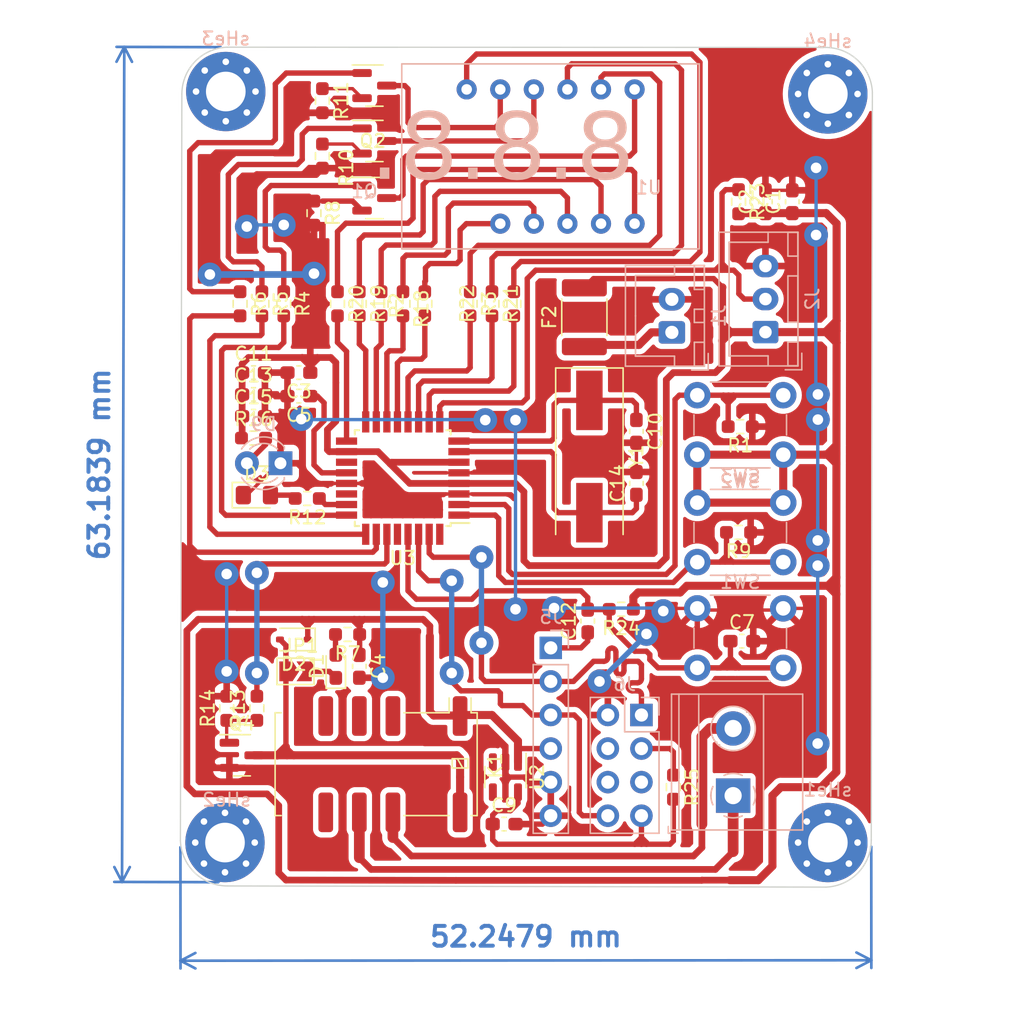
<source format=kicad_pcb>
(kicad_pcb (version 20221018) (generator pcbnew)
  (layers (0 "F.Cu" signal) (31 "B.Cu" signal) (34 "B.Paste" user) (35 "F.Paste" user) (36 "B.SilkS" user "B.Silkscreen") (37 "F.SilkS" user "F.Silkscreen") (38 "B.Mask" user) (39 "F.Mask" user) (44 "Edge.Cuts" user))
  (net 0 "")
  (net 1 "VCC")
  (net 2 "GND")
  (net 3 "Net-(U3-AREF)")
  (net 4 "Net-(D1-K)")
  (net 5 "Net-(D1-A)")
  (net 6 "Opto")
  (net 7 "Net-(D9-A)")
  (net 8 "Temp")
  (net 9 "COM")
  (net 10 "NC")
  (net 11 "TX")
  (net 12 "RX")
  (net 18 "Net-(Q1-B)")
  (net 19 "Net-(Q1-E)")
  (net 20 "1")
  (net 21 "Net-(Q2-B)")
  (net 22 "Net-(Q2-E)")
  (net 23 "2")
  (net 24 "Net-(Q3-B)")
  (net 25 "Net-(Q3-E)")
  (net 26 "3")
  (net 27 "Net-(Q4-B)")
  (net 28 "a")
  (net 29 "A")
  (net 30 "EN1")
  (net 31 "EN2")
  (net 32 "EN3")
  (net 33 "/RESET")
  (net 34 "RELAYPIN")
  (net 35 "b")
  (net 36 "B")
  (net 37 "c")
  (net 38 "C")
  (net 39 "d")
  (net 40 "D")
  (net 41 "e")
  (net 42 "E")
  (net 43 "f")
  (net 44 "F")
  (net 45 "g")
  (net 46 "G")
  (net 47 "XTAL-")
  (net 48 "Net-(J1-Pin_1)")
  (net 49 "dp")
  (net 50 "DTR")
  (net 51 "XTAL+")
  (net 52 "btn1")
  (net 53 "DP")
  (net 54 "btn2")
  (net 55 "Net-(D3-A)")
  (net 60 "LED")
  (net 61 "+3.3V")
  (net 65 "Net-(J6-Pin_3)")
  (footprint "Package_TO_SOT_SMD:SOT-23" (layer "F.Cu") (at 69.088 65.913)
    (fp_text reference "Q3" hide)
    (fp_text value "S9013")
  )
  (footprint "Resistor_SMD:R_0603_1608Metric_Pad0.98x0.95mm_HandSolder" (layer "F.Cu") (at 67.056 107.442 180)
    (fp_text reference "R7")
    (fp_text value "10K")
  )
  (footprint "Capacitor_SMD:C_0603_1608Metric_Pad1.08x0.95mm_HandSolder" (layer "F.Cu") (at 98.659 74.6995 90)
    (fp_text reference "C2")
    (fp_text value "100nF")
  )
  (footprint "Resistor_SMD:R_0603_1608Metric_Pad0.98x0.95mm_HandSolder" (layer "F.Cu") (at 91.694 118.999 -90)
    (fp_text reference "R25")
    (fp_text value "10K")
  )
  (footprint "LED_SMD:LED_0805_2012Metric_Pad1.15x1.40mm_HandSolder" (layer "F.Cu") (at 60.198 96.901)
    (fp_text reference "D3")
    (fp_text value "LED")
  )
  (footprint "Resistor_SMD:R_0603_1608Metric_Pad0.98x0.95mm_HandSolder" (layer "F.Cu") (at 71.247 82.423 -90)
    (fp_text reference "R18")
    (fp_text value "510")
  )
  (footprint "Resistor_SMD:R_0603_1608Metric_Pad0.98x0.95mm_HandSolder" (layer "F.Cu") (at 87.757 105.537 180)
    (fp_text reference "R24")
    (fp_text value "10K")
  )
  (footprint "Resistor_SMD:R_0603_1608Metric_Pad0.98x0.95mm_HandSolder" (layer "F.Cu") (at 65.151 71.247 -90)
    (fp_text reference "R10")
    (fp_text value "1K")
  )
  (footprint "Capacitor_SMD:C_0603_1608Metric_Pad1.08x0.95mm_HandSolder" (layer "F.Cu") (at 59.944 89.281)
    (fp_text reference "C13")
    (fp_text value "100nF")
  )
  (footprint "Resistor_SMD:R_0603_1608Metric_Pad0.98x0.95mm_HandSolder" (layer "F.Cu") (at 58.928 82.423 -90)
    (fp_text reference "R6")
    (fp_text value "1K")
  )
  (footprint "Resistor_SMD:R_0603_1608Metric_Pad0.98x0.95mm_HandSolder" (layer "F.Cu") (at 96.754 91.7175 180)
    (fp_text reference "R1")
    (fp_text value "10K")
  )
  (footprint "Capacitor_SMD:C_0603_1608Metric_Pad1.08x0.95mm_HandSolder" (layer "F.Cu") (at 88.9 96.012 90)
    (fp_text reference "C14")
    (fp_text value "22pF")
  )
  (footprint "Resistor_SMD:R_0603_1608Metric_Pad0.98x0.95mm_HandSolder" (layer "F.Cu") (at 62.23 82.423 -90)
    (fp_text reference "R4")
    (fp_text value "1K")
  )
  (footprint "Resistor_SMD:R_0603_1608Metric_Pad0.98x0.95mm_HandSolder" (layer "F.Cu") (at 96.627 99.7185 180)
    (fp_text reference "R9")
    (fp_text value "10K")
  )
  (footprint "Resistor_SMD:R_0603_1608Metric_Pad0.98x0.95mm_HandSolder" (layer "F.Cu") (at 64.008 97.155 180)
    (fp_text reference "R12")
    (fp_text value "10K")
  )
  (footprint "Resistor_SMD:R_0603_1608Metric_Pad0.98x0.95mm_HandSolder" (layer "F.Cu") (at 77.978 82.423 -90)
    (fp_text reference "R21")
    (fp_text value "510")
  )
  (footprint "Package_TO_SOT_SMD:SOT-23" (layer "F.Cu") (at 69.088 70.104)
    (fp_text reference "Q2")
    (fp_text value "S9013")
  )
  (footprint "Capacitor_SMD:C_0603_1608Metric_Pad1.08x0.95mm_HandSolder" (layer "F.Cu") (at 100.691 74.6995 90)
    (fp_text reference "C1")
    (fp_text value "100nF" hide)
  )
  (footprint "Resistor_SMD:R_0603_1608Metric_Pad0.98x0.95mm_HandSolder" (layer "F.Cu") (at 69.596 82.423 -90)
    (fp_text reference "R2")
    (fp_text value "1K")
  )
  (footprint "Capacitor_SMD:C_0603_1608Metric_Pad1.08x0.95mm_HandSolder" (layer "F.Cu") (at 59.944 87.63)
    (fp_text reference "C11")
    (fp_text value "4.7uF")
  )
  (footprint "Fuse:Fuse_1812_4532Metric_Pad1.30x3.40mm_HandSolder" (layer "F.Cu") (at 84.963 83.439 90)
    (fp_text reference "F2")
    (fp_text value "Fuse_Small")
  )
  (footprint "Resistor_SMD:R_0603_1608Metric_Pad0.98x0.95mm_HandSolder" (layer "F.Cu") (at 72.898 82.423 -90)
    (fp_text reference "R22")
    (fp_text value "510")
  )
  (footprint "LED_SMD:LED_0603_1608Metric_Pad1.05x0.95mm_HandSolder" (layer "F.Cu") (at 66.167 109.855 90)
    (fp_text reference "D1")
    (fp_text value "LED")
  )
  (footprint "Package_TO_SOT_SMD:SOT-23-5" (layer "F.Cu") (at 78.994 118.237 -90)
    (fp_text reference "U2")
    (fp_text value "AP2112K-3.3")
  )
  (footprint "Package_TO_SOT_SMD:SOT-23" (layer "F.Cu") (at 59.055 116.586)
    (fp_text reference "Q4")
    (fp_text value "MMBT2222")
  )
  (footprint "Resistor_SMD:R_0603_1608Metric_Pad0.98x0.95mm_HandSolder" (layer "F.Cu") (at 57.912 113.03 90)
    (fp_text reference "R14")
    (fp_text value "10K")
  )
  (footprint "Capacitor_SMD:C_0603_1608Metric_Pad1.08x0.95mm_HandSolder" (layer "F.Cu") (at 63.373 89.408 180)
    (fp_text reference "C5")
    (fp_text value "0.1uF")
  )
  (footprint "Resistor_SMD:R_0603_1608Metric_Pad0.98x0.95mm_HandSolder" (layer "F.Cu") (at 67.945 82.423 -90)
    (fp_text reference "R19")
    (fp_text value "510" hide)
  )
  (footprint "Jumper:SolderJumper-2_P1.3mm_Open_TrianglePad1.0x1.5mm" (layer "F.Cu") (at 63.119 110.236)
    (fp_text reference "JP1")
    (fp_text value "SolderJumper_2_Open")
  )
  (footprint "Resistor_SMD:R_0603_1608Metric_Pad0.98x0.95mm_HandSolder" (layer "F.Cu") (at 59.944 92.583)
    (fp_text reference "R16")
    (fp_text value "10K")
  )
  (footprint "Capacitor_SMD:C_0603_1608Metric_Pad1.08x0.95mm_HandSolder" (layer "F.Cu") (at 88.9 92.075 -90)
    (fp_text reference "C10")
    (fp_text value "22pF")
  )
  (footprint "Relay_SMD:Relay_DPDT_Kemet_EE2_NU" (layer "F.Cu") (at 69.215 117.259 -90)
    (fp_text reference "K1")
    (fp_text value "EE2-4.5NU")
  )
  (footprint "Capacitor_SMD:C_0603_1608Metric_Pad1.08x0.95mm_HandSolder" (layer "F.Cu") (at 78.8935 121.793)
    (fp_text reference "C9")
    (fp_text value "10uF")
  )
  (footprint "Resistor_SMD:R_0603_1608Metric_Pad0.98x0.95mm_HandSolder" (layer "F.Cu") (at 76.327 82.423 -90)
    (fp_text reference "R3")
    (fp_text value "510")
  )
  (footprint "Diode_SMD:D_SOD-323" (layer "F.Cu") (at 62.992 107.823 180)
    (fp_text reference "D2")
    (fp_text value "1N4148WS" hide)
  )
  (footprint "Resistor_SMD:R_0603_1608Metric_Pad0.98x0.95mm_HandSolder" (layer "F.Cu") (at 65.151 67.056 -90)
    (fp_text reference "R11")
    (fp_text value "1k")
  )
  (footprint "Resistor_SMD:R_0603_1608Metric_Pad0.98x0.95mm_HandSolder" (layer "F.Cu") (at 66.294 82.423 -90)
    (fp_text reference "R20")
    (fp_text value "510")
  )
  (footprint "Resistor_SMD:R_0603_1608Metric_Pad0.98x0.95mm_HandSolder" (layer "F.Cu") (at 60.198 113.03 90)
    (fp_text reference "R13")
    (fp_text value "1K")
  )
  (footprint "Crystal:Crystal_SMD_HC49-SD" (layer "F.Cu") (at 85.344 93.98 -90)
    (fp_text reference "Y1")
    (fp_text value "16MHz")
  )
  (footprint "Resistor_SMD:R_0603_1608Metric_Pad0.98x0.95mm_HandSolder" (layer "F.Cu") (at 79.629 82.423 -90)
    (fp_text reference "R17" hide)
    (fp_text value "510")
  )
  (footprint "Package_TO_SOT_SMD:SOT-23" (layer "F.Cu") (at 69.088 74.422)
    (fp_text reference "Q1")
    (fp_text value "S9013")
  )
  (footprint "Package_QFP:TQFP-32_7x7mm_P0.8mm" (layer "F.Cu") (at 71.228 95.612 180)
    (fp_text reference "U3")
    (fp_text value "ATmega328P-A")
  )
  (footprint "Capacitor_SMD:C_0603_1608Metric_Pad1.08x0.95mm_HandSolder" (layer "F.Cu") (at 59.944 90.932)
    (fp_text reference "C15")
    (fp_text value "100nF")
  )
  (footprint "Resistor_SMD:R_0603_1608Metric_Pad0.98x0.95mm_HandSolder" (layer "F.Cu") (at 64.516 75.565 -90)
    (fp_text reference "R8")
    (fp_text value "1K")
  )
  (footprint "Resistor_SMD:R_0603_1608Metric_Pad0.98x0.95mm_HandSolder" (layer "F.Cu") (at 96.627 74.6995 -90)
    (fp_text reference "R23")
    (fp_text value "4K7")
  )
  (footprint "Capacitor_SMD:C_0603_1608Metric_Pad1.08x0.95mm_HandSolder" (layer "F.Cu") (at 85.217 106.426 90)
    (fp_text reference "C12")
    (fp_text value "100nF" hide)
  )
  (footprint "Resistor_SMD:R_0603_1608Metric_Pad0.98x0.95mm_HandSolder" (layer "F.Cu") (at 60.579 82.423 -90)
    (fp_text reference "R5")
    (fp_text value "1K")
  )
  (footprint "Capacitor_SMD:C_0603_1608Metric_Pad1.08x0.95mm_HandSolder" (layer "F.Cu") (at 67.945 109.855 -90)
    (fp_text reference "C4")
    (fp_text value "10uF")
  )
  (footprint "Capacitor_SMD:C_0603_1608Metric_Pad1.08x0.95mm_HandSolder" (layer "F.Cu") (at 96.8745 107.95)
    (fp_text reference "C7")
    (fp_text value "100nF")
  )
  (footprint "Capacitor_SMD:C_0603_1608Metric_Pad1.08x0.95mm_HandSolder" (layer "F.Cu") (at 63.373 87.63 180)
    (fp_text reference "C3")
    (fp_text value "1uF" hide)
  )
  (footprint "Button_Switch_THT:SW_PUSH_6mm_H13mm" (layer "B.Cu") (at 100.004 97.4685 180)
    (fp_text reference "SW3")
    (fp_text value "SW_SPST")
  )
  (footprint "3631BS:3631BS 7Segment 3Digit" (layer "B.Cu") (at 88.763 76.3605 180)
    (fp_text reference "U1")
    (fp_text value "~")
  )
  (footprint "Button_Switch_THT:SW_PUSH_6mm_H5mm" (layer "B.Cu") (at 100.004 105.4695 180)
    (fp_text reference "SW1")
    (fp_text value "SW_SPST")
  )
  (footprint "MountingHole:MountingHole_3mm_Pad_Via" (layer "B.Cu") (at 103.378 66.548 180)
    (fp_text reference "sHe4")
    (fp_text value "MountingHole")
  )
  (footprint "LED_THT:LED_D3.0mm" (layer "B.Cu") (at 61.981 94.488 180)
    (fp_text reference "D9")
    (fp_text value "LED")
  )
  (footprint "TerminalBlock_Phoenix:TerminalBlock_Phoenix_MKDS-1,5-2-5.08_1x02_P5.08mm_Horizontal" (layer "B.Cu") (at 96.215 119.639 90)
    (fp_text reference "J3" hide)
    (fp_text value "Screw_Terminal_01x02" hide)
  )
  (footprint "Button_Switch_THT:SW_PUSH_6mm_H13mm" (layer "B.Cu") (at 93.504 93.8405)
    (fp_text reference "SW2")
    (fp_text value "SW_SPST")
  )
  (footprint "Connector_PinHeader_2.54mm:PinHeader_2x04_P2.54mm_Vertical" (layer "B.Cu") (at 89.281 113.538 180)
    (fp_text reference "J6")
    (fp_text value "Conn_02x04_Top_Bottom")
  )
  (footprint "MountingHole:MountingHole_3mm_Pad_Via" (layer "B.Cu") (at 57.84501 66.36099 180)
    (fp_text reference "sHe3")
    (fp_text value "MountingHole" hide)
  )
  (footprint "MountingHole:MountingHole_3mm_Pad_Via" (layer "B.Cu") (at 57.785 123.19 180)
    (fp_text reference "sHe2")
    (fp_text value "MountingHole")
  )
  (footprint "MountingHole:MountingHole_3mm_Pad_Via" (layer "B.Cu") (at 103.378 123.19 180)
    (fp_text reference "sHe1")
    (fp_text value "MountingHole")
  )
  (footprint "Connector_JST:JST_XH_B3B-XH-A_1x03_P2.50mm_Vertical" (layer "B.Cu") (at 98.659 84.5655 90)
    (fp_text reference "J2")
    (fp_text value "Sensors")
  )
  (footprint "Connector_PinHeader_2.54mm:PinHeader_1x06_P2.54mm_Vertical" (layer "B.Cu") (at 82.423 108.458 180)
    (fp_text reference "J5")
    (fp_text value "FTDI")
  )
  (footprint "Connector_JST:JST_XH_B2B-XH-A_1x02_P2.50mm_Vertical" (layer "B.Cu") (at 91.581 84.5855 90)
    (fp_text reference "J1")
    (fp_text value "Conn_01x02")
  )
  (gr_line (start 57.95521 63.006342) (end 103.193232 63.024657) (stroke (width 0.1)) (layer "Edge.Cuts"))
  (gr_arc (start 57.96975 126.473696) (mid 55.498994 125.476004) (end 54.41375 123.042429) (stroke (width 0.1)) (layer "Edge.Cuts"))
  (gr_line (start 54.523943 66.562342) (end 54.41375 123.042429) (stroke (width 0.1)) (layer "Edge.Cuts"))
  (gr_arc (start 54.523943 66.562342) (mid 55.521613 64.09155) (end 57.95521 63.006342) (stroke (width 0.1)) (layer "Edge.Cuts"))
  (gr_line (start 106.661685 123.005235) (end 106.746967 66.455924) (stroke (width 0.1)) (layer "Edge.Cuts"))
  (gr_arc (start 106.661685 123.005235) (mid 105.664 125.476) (end 103.230418 126.561235) (stroke (width 0.1)) (layer "Edge.Cuts"))
  (gr_arc (start 103.193232 63.024657) (mid 105.663968 64.022355) (end 106.749232 66.455924) (stroke (width 0.1)) (layer "Edge.Cuts"))
  (gr_line (start 57.96975 126.473696) (end 103.230418 126.561235) (stroke (width 0.1)) (layer "Edge.Cuts"))
  (dimension (type aligned) (layer "B.Cu") (pts (xy 57.95521 63.006342) (xy 57.785 126.19)) (height 7.78694) (gr_text "63.1839 mm" (at 48.2832 94.572345 89.84565169) (layer "B.Cu") (effects (font (size 1.5 1.5) (thickness 0.3)))) (format (prefix "") (suffix "") (units 3) (units_format 1) (precision 4)) (style (thickness 0.2) (arrow_length 1.27) (text_position_mode 0) (extension_height 0.58642) (extension_offset 0.5) keep_text_aligned))
  (dimension (type aligned) (layer "B.Cu") (pts (xy 54.41375 123.042429) (xy 106.661685 123.005235)) (height 9.088219) (gr_text "52.2479 mm" (at 80.542907 130.312049 0.04078742677) (layer "B.Cu") (effects (font (size 1.5 1.5) (thickness 0.3)))) (format (prefix "") (suffix "") (units 3) (units_format 1) (precision 4)) (style (thickness 0.2) (arrow_length 1.27) (text_position_mode 0) (extension_height 0.58642) (extension_offset 0.5) keep_text_aligned))
  (segment (start 103.248 75.562) (end 104.041355 76.355355) (width 0.6096) (layer "F.Cu") (net 1))
  (segment (start 104.041355 83.7165) (end 104.040433 84.4785) (width 0.6096) (layer "F.Cu") (net 1))
  (segment (start 103.231 84.5655) (end 103.953433 84.5655) (width 0.6096) (layer "F.Cu") (net 1))
  (segment (start 100.691 75.562) (end 103.248 75.562) (width 0.6096) (layer "F.Cu") (net 1))
  (segment (start 103.104 93.8405) (end 103.938218 93.8405) (width 0.6096) (layer "F.Cu") (net 1))
  (segment (start 104.039358 85.3675) (end 104.029986 93.1145) (width 0.6096) (layer "F.Cu") (net 1))
  (segment (start 80.772 102.235) (end 90.551 102.235) (width 0.508) (layer "F.Cu") (net 1))
  (segment (start 96.677 75.562) (end 96.627 75.612) (width 0.6096) (layer "F.Cu") (net 1))
  (segment (start 104.040433 84.4785) (end 104.039358 85.3675) (width 0.6096) (layer "F.Cu") (net 1))
  (segment (start 64.042 106.934) (end 64.042 106.392) (width 0.4064) (layer "F.Cu") (net 1))
  (segment (start 103.357296 93.78719) (end 104.029986 93.1145) (width 0.6096) (layer "F.Cu") (net 1))
  (segment (start 62.2535 76.4775) (end 62.23 76.454) (width 0.508) (layer "F.Cu") (net 1))
  (segment (start 63.627 106.299) (end 64.135 106.299) (width 0.508) (layer "F.Cu") (net 1))
  (segment (start 70.396 94.412) (end 70.2755 94.5325) (width 0.508) (layer "F.Cu") (net 1))
  (segment (start 59.0815 86.9685) (end 59.0815 87.63) (width 0.508) (layer "F.Cu") (net 1))
  (segment (start 95.377 81.2) (end 95.377 83.947) (width 0.6096) (layer "F.Cu") (net 1))
  (segment (start 55.499 119.507) (end 54.901957 118.909957) (width 0.508) (layer "F.Cu") (net 1))
  (segment (start 64.042 106.934) (end 64.042 106.773) (width 0.4064) (layer "F.Cu") (net 1))
  (segment (start 64.2355 87.63) (end 64.2355 87.122) (width 0.508) (layer "F.Cu") (net 1))
  (segment (start 103.104 93.8405) (end 103.357296 93.8405) (width 0.6096) (layer "F.Cu") (net 1))
  (segment (start 67.9685 106.807) (end 67.9685 106.3225) (width 0.4064) (layer "F.Cu") (net 1))
  (segment (start 67.9685 108.969) (end 67.945 108.9925) (width 0.4064) (layer "F.Cu") (net 1))
  (segment (start 104.01711 103.759) (end 103.378 103.759) (width 0.6096) (layer "F.Cu") (net 1))
  (segment (start 59.563 86.487) (end 59.0815 86.9685) (width 0.508) (layer "F.Cu") (net 1))
  (segment (start 75.478 94.412) (end 70.396 94.412) (width 0.508) (layer "F.Cu") (net 1))
  (segment (start 64.516 80.137) (end 64.516 76.4775) (width 0.508) (layer "F.Cu") (net 1))
  (segment (start 103.38211 103.759) (end 103.382878 103.759) (width 0.6096) (layer "F.Cu") (net 1))
  (segment (start 89.027 104.267) (end 88.6695 104.6245) (width 0.6096) (layer "F.Cu") (net 1))
  (segment (start 63.627 106.299) (end 63.627 106.358) (width 0.508) (layer "F.Cu") (net 1))
  (segment (start 103.237358 84.5655) (end 103.237358 84.520497) (width 0.6096) (layer "F.Cu") (net 1))
  (segment (start 100.004 93.8405) (end 93.504 93.8405) (width 0.6096) (layer "F.Cu") (net 1))
  (segment (start 79.944 115.504) (end 79.944 117.0995) (width 0.6096) (layer "F.Cu") (net 1))
  (segment (start 66.167 88.392) (end 66.167 91.313) (width 0.508) (layer "F.Cu") (net 1))
  (segment (start 64.516 83.312) (end 64.516 80.137) (width 0.508) (layer "F.Cu") (net 1))
  (segment (start 62.611 68.58) (end 62.611 70.612) (width 0.508) (layer "F.Cu") (net 1))
  (segment (start 73.279 107.569) (end 73.279 106.807) (width 0.508) (layer "F.Cu") (net 1))
  (segment (start 103.953433 84.5655) (end 104.040433 84.4785) (width 0.6096) (layer "F.Cu") (net 1))
  (segment (start 60.198 72.644) (end 59.309 73.533) (width 0.508) (layer "F.Cu") (net 1))
  (segment (start 60.96 119.507) (end 55.499 119.507) (width 0.508) (layer "F.Cu") (net 1))
  (segment (start 99.822 118.999) (end 102.87 118.999) (width 0.6096) (layer "F.Cu") (net 1))
  (segment (start 75.245234 126.049908) (end 62.39806 126.02506) (width 0.508) (layer "F.Cu") (net 1))
  (segment (start 64.77 86.487) (end 64.77 86.5875) (width 0.508) (layer "F.Cu") (net 1))
  (segment (start 95.9955 84.5655) (end 98.659 84.5655) (width 0.6096) (layer "F.Cu") (net 1))
  (segment (start 94.742 80.518) (end 85.659 80.518) (width 0.4064) (layer "F.Cu") (net 1))
  (segment (start 82.423 116.078) (end 79.944 116.078) (width 0.4064) (layer "F.Cu") (net 1))
  (segment (start 95.960882 126.035118) (end 93.863512 126.035118) (width 0.508) (layer "F.Cu") (net 1))
  (segment (start 59.0815 89.281) (end 59.0815 90.932) (width 0.508) (layer "F.Cu") (net 1))
  (segment (start 94.869 87.63) (end 95.377 87.122) (width 0.508) (layer "F.Cu") (net 1))
  (segment (start 61.849 125.476) (end 61.849 120.396) (width 0.508) (layer "F.Cu") (net 1))
  (segment (start 64.042 106.773) (end 64.516 106.299) (width 0.4064) (layer "F.Cu") (net 1))
  (segment (start 103.382878 103.759) (end 104.017878 103.124) (width 0.6096) (layer "F.Cu") (net 1))
  (segment (start 68.326 106.299) (end 67.945 106.299) (width 0.508) (layer "F.Cu") (net 1))
  (segment (start 98.659 84.5655) (end 103.231 84.5655) (width 0.6096) (layer "F.Cu") (net 1))
  (segment (start 63.627 86.5135) (end 64.2355 87.122) (width 0.508) (layer "F.Cu") (net 1))
  (segment (start 95.377 83.947) (end 95.9955 84.5655) (width 0.6096) (layer "F.Cu") (net 1))
  (segment (start 75.603 113.538) (end 77.978 113.538) (width 0.6096) (layer "F.Cu") (net 1))
  (segment (start 73.571 113.576) (end 75.565 113.576) (width 0.6096) (layer "F.Cu") (net 1))
  (segment (start 100.004 97.4685) (end 93.504 97.4685) (width 0.6096) (layer "F.Cu") (net 1))
  (segment (start 55.753 106.299) (end 63.627 106.299) (width 0.508) (layer "F.Cu") (net 1))
  (segment (start 67.564 106.299) (end 67.564 106.4025) (width 0.508) (layer "F.Cu") (net 1))
  (segment (start 79.756 96.012) (end 80.391 96.647) (width 0.508) (layer "F.Cu") (net 1))
  (segment (start 73.279 106.807) (end 72.771 106.299) (width 0.508) (layer "F.Cu") (net 1))
  (segment (start 63.627 86.487) (end 63.627 86.5135) (width 0.508) (layer "F.Cu") (net 1))
  (segment (start 64.3625 87.503) (end 64.2355 87.63) (width 0.508) (layer "F.Cu") (net 1))
  (segment (start 103.378 103.759) (end 92.719288 103.759) (width 0.6096) (layer "F.Cu") (net 1))
  (segment (start 103.357296 93.8405) (end 103.357296 93.78719) (width 0.6096) (layer "F.Cu") (net 1))
  (segment (start 72.771 106.299) (end 68.326 106.299) (width 0.508) (layer "F.Cu") (net 1))
  (segment (start 64.2355 87.122) (end 64.2355 86.6405) (width 0.508) (layer "F.Cu") (net 1))
  (segment (start 100.004 93.8405) (end 103.104 93.8405) (width 0.6096) (layer "F.Cu") (net 1))
  (segment (start 59.309 76.454) (end 59.436 76.581) (width 0.508) (layer "F.Cu") (net 1))
  (segment (start 90.551 102.235) (end 91.1606 101.6254) (width 0.508) (layer "F.Cu") (net 1))
  (segment (start 67.564 106.299) (end 67.945 106.299) (width 0.508) (layer "F.Cu") (net 1))
  (segment (start 95.4005 81.1765) (end 94.742 80.518) (width 0.4064) (layer "F.Cu") (net 1))
  (segment (start 65.151 67.9685) (end 63.2225 67.9685) (width 0.508) (layer "F.Cu") (net 1))
  (segment (start 67.9685 106.807) (end 67.9685 106.6565) (width 0.4064) (layer "F.Cu") (net 1))
  (segment (start 63.627 86.487) (end 59.563 86.487) (width 0.508) (layer "F.Cu") (net 1))
  (segment (start 65.151 72.1595) (end 64.6665 72.644) (width 0.508) (layer "F.Cu") (net 1))
  (segment (start 73.279 113.284) (end 73.571 113.576) (width 0.6096) (layer "F.Cu") (net 1))
  (segment (start 92.719288 103.759) (end 92.211288 104.267) (width 0.6096) (layer "F.Cu") (net 1))
  (segment (start 103.237358 84.520497) (end 104.041355 83.7165) (width 0.6096) (layer "F.Cu") (net 1))
  (segment (start 102.87 118.999) (end 104.01711 117.85189) (width 0.6096) (layer "F.Cu") (net 1))
  (segment (start 80.391 101.854) (end 80.772 102.235) (width 0.508) (layer "F.Cu") (net 1))
  (segment (start 80.391 96.647) (end 80.391 101.854) (width 0.508) (layer "F.Cu") (net 1))
  (segment (start 57.15 70.993) (end 56.642 71.501) (width 0.508) (layer "F.Cu") (net 1))
  (segment (start 104.029986 93.1145) (end 104.029218 93.7495) (width 0.6096) (layer "F.Cu") (net 1))
  (segment (start 59.0815 87.63) (end 59.0815 89.281) (width 0.508) (layer "F.Cu") (net 1))
  (segment (start 64.042 107.823) (end 64.042 106.934) (width 0.4064) (layer "F.Cu") (net 1))
  (segment (start 66.167 86.868) (end 65.786 86.487) (width 0.508) (layer "F.Cu") (net 1))
  (segment (start 62.39806 126.02506) (end 61.849 125.476) (width 0.508) (layer "F.Cu") (net 1))
  (segment (start 64.516 76.4775) (end 62.2535 76.4775) (width 0.508) (layer "F.Cu") (net 1))
  (segment (start 59.0815 92.533) (end 59.0315 92.583) (width 0.508) (layer "F.Cu") (net 1))
  (segment (start 100.004 97.4685) (end 100.004 93.8405) (width 0.6096) (layer "F.Cu") (net 1))
  (segment (start 99.187 119.634) (end 99.822 118.999) (width 0.6096) (layer "F.Cu") (net 1))
  (segment (start 64.135 106.299) (end 64.516 106.299) (width 0.508) (layer "F.Cu") (net 1))
  (segment (start 95.9955 84.5655) (end 95.9955 84.5985) (width 0.6096) (layer "F.Cu") (net 1))
  (segment (start 75.565 113.576) (end 75.603 113.538) (width 0.6096) (layer "F.Cu") (net 1))
  (segment (start 67.9685 107.442) (end 67.9685 106.807) (width 0.4064) (layer "F.Cu") (net 1))
  (segment (start 98.659 75.562) (end 100.691 75.562) (width 0.6096) (layer "F.Cu") (net 1))
  (segment (start 92.211288 104.267) (end 89.027 104.267) (width 0.6096) (layer "F.Cu") (net 1))
  (segment (start 64.042 106.392) (end 64.135 106.299) (width 0.4064) (layer "F.Cu") (net 1))
  (segment (start 103.38211 103.759) (end 104.01711 104.394) (width 0.6096) (layer "F.Cu") (net 1))
  (segment (start 65.532 93.472) (end 65.672 93.612) (width 0.508) (layer "F.Cu") (net 1))
  (segment (start 95.377 85.217) (end 95.377 83.947) (width 0.508) (layer "F.Cu") (net 1))
  (segment (start 103.378 103.759) (end 103.38211 103.759) (width 0.6096) (layer "F.Cu") (net 1))
  (segment (start 93.504 93.8405) (end 93.504 97.4685) (width 0.6096) (layer "F.Cu") (net 1))
  (segment (start 71.755 96.012) (end 70.2755 94.5325) (width 0.508) (layer "F.Cu") (net 1))
  (segment (start 91.1606 88.1634) (end 91.694 87.63) (width 0.508) (layer "F.Cu") (net 1))
  (segment (start 99.187 124.968) (end 99.187 119.634) (width 0.6096) (layer "F.Cu") (net 1))
  (segment (start 67.9685 107.442) (end 67.9685 108.969) (width 0.4064) (layer "F.Cu") (net 1))
  (segment (start 64.389 86.487) (end 63.627 86.487) (width 0.508) (layer "F.Cu") (net 1))
  (segment (start 104.017878 103.124) (end 104.01711 103.759) (width 0.6096) (layer "F.Cu") (net 1))
  (segment (start 62.23 70.993) (end 57.15 70.993) (width 0.508) (layer "F.Cu") (net 1))
  (segment (start 104.041355 76.355355) (end 104.041355 83.7165) (width 0.6096) (layer "F.Cu") (net 1))
  (segment (start 93.863512 126.035118) (end 93.848722 126.049908) (width 0.508) (layer "F.Cu") (net 1))
  (segment (start 75.478 96.012) (end 71.755 96.012) (width 0.508) (layer "F.Cu") (net 1))
  (segment (start 103.231 84.5655) (end 103.237358 84.5655) (width 0.6096) (layer "F.Cu") (net 1))
  (segment (start 67.564 106.4025) (end 67.9685 106.807) (width 0.508) (layer "F.Cu") (net 1))
  (segment (start 79.944 116.078) (end 79.944 117.0995) (width 0.4064) (layer "F.Cu") (net 1))
  (segment (start 95.4005 81.1765) (end 95.377 81.2) (width 0.6096) (layer "F.Cu") (net 1))
  (segment (start 65.786 86.487) (end 64.77 86.487) (width 0.508) (layer "F.Cu") (net 1))
  (segment (start 65.672 93.612) (end 66.978 93.612) (width 0.508) (layer "F.Cu") (net 1))
  (segment (start 64.516 106.299) (end 67.564 106.299) (width 0.508) (layer "F.Cu") (net 1))
  (segment (start 61.849 120.396) (end 60.96 119.507) (width 0.508) (layer "F.Cu") (net 1))
  (segment (start 95.377 87.122) (end 95.377 85.217) (width 0.508) (layer "F.Cu") (net 1))
  (segment (start 64.77 86.487) (end 64.389 86.487) (width 0.508) (layer "F.Cu") (net 1))
  (segment (start 104.01711 104.394) (end 104.01711 103.759) (width 0.6096) (layer "F.Cu") (net 1))
  (segment (start 64.2355 86.6405) (end 64.2355 83.5925) (width 0.508) (layer "F.Cu") (net 1))
  (segment (start 77.978 113.538) (end 79.944 115.504) (width 0.6096) (layer "F.Cu") (net 1))
  (segment (start 85.659 80.518) (end 84.963 81.214) (width 0.4064) (layer "F.Cu") (net 1))
  (segment (start 54.901957 107.150043) (end 55.753 106.299) (width 0.508) (layer "F.Cu") (net 1))
  (segment (start 63.627 106.358) (end 64.042 106.773) (width 0.508) (layer "F.Cu") (net 1))
  (segment (start 95.960882 126.035118) (end 98.119882 126.035118) (width 0.6096) (layer "F.Cu") (net 1))
  (segment (start 95.9955 84.5985) (end 95.377 85.217) (width 0.6096) (layer "F.Cu") (net 1))
  (segment (start 91.1606 101.6254) (end 91.1606 88.1634) (width 0.508) (layer "F.Cu") (net 1))
  (segment (start 98.119882 126.035118) (end 99.187 124.968) (width 0.6096) (layer "F.Cu") (net 1))
  (segment (start 54.901957 118.909957) (end 54.901957 107.150043) (width 0.508) (layer "F.Cu") (net 1))
  (segment (start 62.611 70.612) (end 62.23 70.993) (width 0.508) (layer "F.Cu") (net 1))
  (segment (start 98.659 75.562) (end 96.677 75.562) (width 0.6096) (layer "F.Cu") (net 1))
  (segment (start 64.2355 83.5925) (end 64.516 83.312) (width 0.508) (layer "F.Cu") (net 1))
  (segment (start 104.01711 117.85189) (end 104.01711 104.394) (width 0.6096) (layer "F.Cu") (net 1))
  (segment (start 65.532 91.948) (end 65.532 93.472) (width 0.508) (layer "F.Cu") (net 1))
  (segment (start 104.028296 94.5115) (end 104.017878 103.124) (width 0.6096) (layer "F.Cu") (net 1))
  (segment (start 64.6665 72.644) (end 60.198 72.644) (width 0.508) (layer "F.Cu") (net 1))
  (segment (start 103.357296 93.8405) (end 104.028296 94.5115) (width 0.6096) (layer "F.Cu") (net 1))
  (segment (start 64.77 86.5875) (end 64.2355 87.122) (width 0.508) (layer "F.Cu") (net 1))
  (segment (start 103.938218 93.8405) (end 104.029218 93.7495) (width 0.6096) (layer "F.Cu") (net 1))
  (segment (start 93.848722 126.049908) (end 75.245234 126.049908) (width 0.508) (layer "F.Cu") (net 1))
  (segment (start 75.565 113.576) (end 75.654 113.665) (width 0.6096) (layer "F.Cu") (net 1))
  (segment (start 91.694 87.63) (end 94.869 87.63) (width 0.508) (layer "F.Cu") (net 1))
  (segment (start 103.237358 84.5655) (end 104.039358 85.3675) (width 0.6096) (layer "F.Cu") (net 1))
  (segment (start 70.2755 94.5325) (end 69.355 93.612) (width 0.508) (layer "F.Cu") (net 1))
  (segment (start 64.2355 86.6405) (end 64.389 86.487) (width 0.508) (layer "F.Cu") (net 1))
  (segment (start 66.167 88.392) (end 66.167 86.868) (width 0.508) (layer "F.Cu") (net 1))
  (segment (start 104.029218 93.7495) (end 104.028296 94.5115) (width 0.6096) (layer "F.Cu") (net 1))
  (segment (start 59.0815 90.932) (end 59.0815 92.533) (width 0.508) (layer "F.Cu") (net 1))
  (segment (start 69.355 93.612) (end 66.978 93.612) (width 0.508) (layer "F.Cu") (net 1))
  (segment (start 66.167 91.313) (end 65.532 91.948) (width 0.508) (layer "F.Cu") (net 1))
  (segment (start 75.478 96.012) (end 79.756 96.012) (width 0.508) (layer "F.Cu") (net 1))
  (segment (start 67.9685 106.6565) (end 68.326 106.299) (width 0.4064) (layer "F.Cu") (net 1))
  (segment (start 88.6695 104.6245) (end 88.6695 105.537) (width 0.6096) (layer "F.Cu") (net 1))
  (segment (start 56.642 71.501) (end 56.642 80.2046) (width 0.508) (layer "F.Cu") (net 1))
  (segment (start 63.2225 67.9685) (end 62.611 68.58) (width 0.508) (layer "F.Cu") (net 1))
  (segment (start 67.9685 106.3225) (end 67.945 106.299) (width 0.4064) (layer "F.Cu") (net 1))
  (segment (start 73.279 107.569) (end 73.279 113.284) (width 0.6096) (layer "F.Cu") (net 1))
  (segment (start 59.309 73.533) (end 59.309 76.454) (width 0.508) (layer "F.Cu") (net 1))
  (via (at 56.642 80.2046) (size 1.8) (drill 0.8) (layers "F.Cu" "B.Cu") (net 1))
  (via (at 59.436 76.581) (size 1.8) (drill 0.8) (layers "F.Cu" "B.Cu") (net 1))
  (via (at 64.516 80.137) (size 1.8) (drill 0.8) (layers "F.Cu" "B.Cu") (net 1))
  (via (at 62.23 76.454) (size 1.8) (drill 0.8) (layers "F.Cu" "B.Cu") (net 1))
  (segment (start 56.642 80.2046) (end 64.4484 80.2046) (width 0.508) (layer "B.Cu") (net 1))
  (segment (start 64.4484 80.2046) (end 64.516 80.137) (width 0.508) (layer "B.Cu") (net 1))
  (segment (start 62.23 76.454) (end 59.563 76.454) (width 0.254) (layer "B.Cu") (net 1))
  (segment (start 59.563 76.454) (end 59.436 76.581) (width 0.254) (layer "B.Cu") (net 1))
  (segment (start 97.79 105.5965) (end 97.79 107.897) (width 0.254) (layer "F.Cu") (net 2))
  (segment (start 102.624818 91.18555) (end 102.36245 91.18555) (width 0.254) (layer "F.Cu") (net 2))
  (segment (start 62.5105 87.63) (end 62.5105 89.408) (width 0.254) (layer "F.Cu") (net 2))
  (segment (start 61.849 94.488) (end 61.981 94.488) (width 0.254) (layer "F.Cu") (net 2))
  (segment (start 91.137 105.4695) (end 93.504 105.4695) (width 0.254) (layer "F.Cu") (net 2))
  (segment (start 57.912 104.775) (end 58.674 105.537) (width 0.254) (layer "F.Cu") (net 2))
  (segment (start 102.614218 102.231768) (end 102.614218 99.695) (width 0.254) (layer "F.Cu") (net 2))
  (segment (start 89.9425 92.9375) (end 90.043 92.837) (width 0.254) (layer "F.Cu") (net 2))
  (segment (start 101.8305 91.7175) (end 97.6665 91.7175) (width 0.254) (layer "F.Cu") (net 2))
  (segment (start 78.994 117.983) (end 78.994 117.0995) (width 0.4064) (layer "F.Cu") (net 2))
  (segment (start 62.3835 89.281) (end 62.5105 89.408) (width 0.254) (layer "F.Cu") (net 2))
  (segment (start 63.332556 90.932) (end 61.468 90.932) (width 0.254) (layer "F.Cu") (net 2))
  (segment (start 79.756 121.793) (end 81.788 121.793) (width 0.4064) (layer "F.Cu") (net 2))
  (segment (start 58.1175 117.536) (end 57.211 117.536) (width 0.254) (layer "F.Cu") (net 2))
  (segment (start 102.469 91.029732) (end 102.624818 91.18555) (width 0.254) (layer "F.Cu") (net 2))
  (segment (start 97.563 99.695) (end 102.614218 99.695) (width 0.254) (layer "F.Cu") (net 2))
  (segment (start 90.043 92.837) (end 90.043 92.71) (width 0.254) (layer "F.Cu") (net 2))
  (segment (start 60.8065 89.281) (end 62.3835 89.281) (width 0.254) (layer "F.Cu") (net 2))
  (segment (start 89.408 101.219) (end 90.043 100.584) (width 0.254) (layer "F.Cu") (net 2))
  (segment (start 61.468 90.932) (end 60.8065 90.932) (width 0.254) (layer "F.Cu") (net 2))
  (segment (start 82.296 86.995) (end 93.853 86.995) (width 0.254) (layer "F.Cu") (net 2))
  (segment (start 98.659 72.41) (end 98.933 72.136) (width 0.254) (layer "F.Cu") (net 2))
  (segment (start 99.877 105.5965) (end 97.79 105.5965) (width 0.254) (layer "F.Cu") (net 2))
  (segment (start 94.107 86.741) (end 94.107 82.55) (width 0.254) (layer "F.Cu") (net 2))
  (segment (start 71.8555 110.7175) (end 69.723 110.7175) (width 0.4064) (layer "F.Cu") (net 2))
  (segment (start 97.5395 99.7185) (end 97.563 99.695) (width 0.254) (layer "F.Cu") (net 2))
  (segment (start 81.026 91.2219) (end 79.756 91.2219) (width 0.254) (layer "F.Cu") (net 2))
  (segment (start 82.423 118.618) (end 80.772 118.618) (width 0.4064) (layer "F.Cu") (net 2))
  (segment (start 57.912 112.1175) (end 56.9995 112.1175) (width 0.4064) (layer "F.Cu") (net 2))
  (segment (start 102.614218 100.328921) (end 102.614218 99.695) (width 0.254) (layer "F.Cu") (net 2))
  (segment (start 102.627122 89.280706) (end 102.469 89.438828) (width 0.254) (layer "F.Cu") (net 2))
  (segment (start 89.662 107.4061) (end 92.9999 107.4061) (width 0.4064) (layer "F.Cu") (net 2))
  (segment (start 101.6595 105.4695) (end 100.004 105.4695) (width 0.254) (layer "F.Cu") (net 2))
  (segment (start 102.489 77.216) (end 102.489 79.0775) (width 0.254) (layer "F.Cu") (net 2))
  (segment (start 64.643 96.012) (end 63.119 94.488) (width 0.254) (layer "F.Cu") (net 2))
  (segment (start 90.043 92.71) (end 90.043 86.995) (width 0.254) (layer "F.Cu") (net 2))
  (segment (start 81.915 90.805) (end 81.915 87.376) (width 0.254) (layer "F.Cu") (net 2))
  (segment (start 56.896 110.617) (end 56.896 112.014) (width 0.254) (layer "F.Cu") (net 2))
  (segment (start 102.60961 115.697) (end 102.60961 106.41961) (width 0.254) (layer "F.Cu") (net 2))
  (segment (start 102.489 79.0775) (end 102.001 79.5655) (width 0.254) (layer "F.Cu") (net 2))
  (segment (start 60.8065 89.281) (end 60.8065 87.63) (width 0.254) (layer "F.Cu") (net 2))
  (segment (start 90.043 100.584) (end 90.043 92.71) (width 0.254) (layer "F.Cu") (net 2))
  (segment (start 81.407 96.139) (end 81.407 100.838) (width 0.254) (layer "F.Cu") (net 2))
  (segment (start 92.9999 107.4061) (end 93.504 106.902) (width 0.4064) (layer "F.Cu") (net 2))
  (segment (start 58.674 105.537) (end 69.723 105.537) (width 0.254) (layer "F.Cu") (net 2))
  (segment (start 72.263 111.125) (end 71.8555 110.7175) (width 0.4064) (layer "F.Cu") (net 2))
  (segment (start 88.9 92.9375) (end 88.9 95.1495) (width 0.254) (layer "F.Cu") (net 2))
  (segment (start 81.788 121.793) (end 82.423 121.158) (width 0.4064) (layer "F.Cu") (net 2))
  (segment (start 56.896 117.221) (end 56.896 112.014) (width 0.254) (layer "F.Cu") (net 2))
  (segment (start 78.994 116.078) (end 78.613 115.697) (width 0.4064) (layer "F.Cu") (net 2))
  (segment (start 102.613756 100.329383) (end 102.614218 100.328921) (width 0.254) (layer "F.Cu") (net 2))
  (segment (start 66.978 96.012) (end 70.612 96.012) (width 0.254) (layer "F.Cu") (net 2))
  (segment (start 81.915 87.376) (end 82.296 86.995) (width 0.254) (layer "F.Cu") (net 2))
  (segment (start 59.436 96.901) (end 61.849 94.488) (width 0.254) (layer "F.Cu") (net 2))
  (segment (start 56.9995 112.1175) (end 56.896 112.014) (width 0.4064) (layer "F.Cu") (net 2))
  (segment (start 102.469 89.438828) (end 102.469 91.029732) (width 0.254) (layer "F.Cu") (net 2))
  (segment (start 67.945 110.7175) (end 69.723 110.7175) (width 0.4064) (layer "F.Cu") (net 2))
  (segment (start 69.723 103.505) (end 69.723 105.537) (width 0.4064) (layer "F.Cu") (net 2))
  (segment (start 70.612 96.012) (end 71.412 96.812) (width 0.254) (layer "F.Cu") (net 2))
  (segment (start 88.9 92.9375) (end 89.9425 92.9375) (width 0.254) (layer "F.Cu") (net 2))
  (segment (start 98.659 73.837) (end 98.659 72.41) (width 0.254) (layer "F.Cu") (net 2))
  (segment (start 102.36245 91.18555) (end 101.8305 91.7175) (width 0.254) (layer "F.Cu") (net 2))
  (segment (start 97.79 107.897) (end 97.737 107.95) (width 0.254) (layer "F.Cu") (net 2))
  (segment (start 93.504 106.3975) (end 93.504 105.4695) (width 0.254) (layer "F.Cu") (net 2))
  (segment (start 93.853 86.995) (end 94.107 86.741) (width 0.254) (layer "F.Cu") (net 2))
  (segment (start 72.263 115.062) (end 72.263 111.125) (width 0.4064) (layer "F.Cu") (net 2))
  (segment (start 57.211 117.536) (end 56.896 117.221) (width 0.254) (layer "F.Cu") (net 2))
  (segment (start 80.48 95.212) (end 81.407 96.139) (width 0.254) (layer "F.Cu") (net 2))
  (segment (start 57.912 110.236) (end 57.531 110.617) (width 0.254) (layer "F.Cu") (net 2))
  (segment (start 79.756 105.537) (end 69.723 105.537) (width 0.254) (layer "F.Cu") (net 2))
  (segment (start 60.8065 87.63) (end 62.5105 87.63) (width 0.254) (layer "F.Cu") (net 2))
  (segment (start 86.741 113.538) (end 86.741 111.633) (width 0.4064) (layer "F.Cu") (net 2))
  (segment (start 81.788 101.219) (end 89.408 101.219) (width 0.254) (layer "F.Cu") (net 2))
  (segment (start 75.478 95.212) (end 80.48 95.212) (width 0.254) (layer "F.Cu") (net 2))
  (segment (start 90.932 105.6745) (end 91.137 105.4695) (width 0.254) (layer "F.Cu") (net 2))
  (segment (start 78.613 115.697) (end 72.898 115.697) (width 0.4064) (layer "F.Cu") (net 2))
  (segment (start 77.47 91.2219) (end 81.026 91.2219) (width 0.254) (layer "F.Cu") (net 2))
  (segment (start 57.912 102.87) (end 57.912 104.775) (width 0.254) (layer "F.Cu") (net 2))
  (segment (start 82.677 105.4459) (end 82.5859 105.537) (width 0.254) (layer "F.Cu") (net 2))
  (segment (start 63.550881 91.150325) (end 63.332556 90.932) (width 0.254) (layer "F.Cu") (net 2))
  (segment (start 80.772 118.618) (end 80.391 118.237) (width 0.4064) (layer "F.Cu") (net 2))
  (segment (start 102.60961 106.41961) (end 101.6595 105.4695) (width 0.254) (layer "F.Cu") (net 2))
  (segment (start 59.173 96.901) (end 59.436 96.901) (width 0.254) (layer "F.Cu") (net 2))
  (segment (start 93.504 106.902) (end 93.504 105.4695) (width 0.4064) (layer "F.Cu") (net 2))
  (segment (start 71.412 96.812) (end 75.478 96.812) (width 0.254) (layer "F.Cu") (net 2))
  (segment (start 61.981 91.445) (end 61.468 90.932) (width 0.254) (layer "F.Cu") (net 2))
  (segment (start 60.8065 90.932) (end 60.8065 89.281) (width 0.254) (layer "F.Cu") (net 2))
  (segment (start 66.978 96.012) (end 64.643 96.012) (width 0.254) (layer "F.Cu") (net 2))
  (segment (start 94.107 82.55) (end 93.6425 82.0855) (width 0.254) (layer "F.Cu") (net 2))
  (segment (start 63.119 94.488) (end 61.981 94.488) (width 0.254) (layer "F.Cu") (net 2))
  (segment (start 100.691 73.837) (end 98.659 73.837) (width 0.254) (layer "F.Cu") (net 2))
  (segment (start 98.933 72.136) (end 102.489 72.136) (width 0.254) (layer "F.Cu") (net 2))
  (segment (start 57.531 110.617) (end 56.896 110.617) (width 0.254) (layer "F.Cu") (net 2))
  (segment (start 86.741 111.633) (end 86.106 110.998) (width 0.4064) (layer "F.Cu") (net 2))
  (segment (start 102.611452 102.234534) (end 102.614218 102.231768) (width 0.254) (layer "F.Cu") (net 2))
  (segment (start 82.5859 105.537) (end 79.756 105.537) (width 0.254) (layer "F.Cu") (net 2))
  (segment (start 81.407 100.838) (end 81.788 101.219) (width 0.254) (layer "F.Cu") (net 2))
  (segment (start 93.6425 82.0855) (end 91.581 82.0855) (width 0.254) (layer "F.Cu") (net 2))
  (segment (start 81.4981 91.2219) (end 81.915 90.805) (width 0.254) (layer "F.Cu") (net 2))
  (segment (start 72.898 115.697) (end 72.263 115.062) (width 0.4064) (layer "F.Cu") (net 2))
  (segment (start 97.79 105.5965) (end 93.377 105.5965) (width 0.254) (layer "F.Cu") (net 2))
  (segment (start 102.001 79.5655) (end 98.659 79.5655) (width 0.254) (layer "F.Cu") (net 2))
  (segment (start 61.981 94.488) (end 61.981 91.445) (width 0.254) (layer "F.Cu") (net 2))
  (segment (start 81.026 91.2219) (end 81.4981 91.2219) (width 0.254) (layer "F.Cu") (net 2))
  (segment (start 78.994 117.0995) (end 78.994 116.078) (width 0.4064) (layer "F.Cu") (net 2))
  (segment (start 79.248 118.237) (end 78.994 117.983) (width 0.4064) (layer "F.Cu") (net 2))
  (segment (start 80.391 118.237) (end 79.248 118.237) (width 0.4064) (layer "F.Cu") (net 2))
  (segment (start 82.423 118.618) (end 82.423 121.158) (width 0.4064) (layer "F.Cu") (net 2))
  (via (at 102.60961 115.697) (size 1.8) (drill 0.8) (layers "F.Cu" "B.Cu") (net 2))
  (via (at 102.624818 91.18555) (size 1.8) (drill 0.8) (layers "F.Cu" "B.Cu") (net 2))
  (via (at 77.47 91.2219) (size 1.8) (drill 0.8) (layers "F.Cu" "B.Cu") (net 2))
  (via (at 86.106 110.998) (size 1.8) (drill 0.8) (layers "F.Cu" "B.Cu") (net 2))
  (via (at 90.932 105.6745) (size 1.8) (drill 0.8) (layers "F.Cu" "B.Cu") (net 2))
  (via (at 102.489 77.216) (size 1.8) (drill 0.8) (layers "F.Cu" "B.Cu") (net 2))
  (via (at 79.756 91.2219) (size 1.8) (drill 0.8) (layers "F.Cu" "B.Cu") (net 2))
  (via (at 102.611452 102.234534) (size 1.8) (drill 0.8) (layers "F.Cu" "B.Cu") (net 2))
  (via (at 69.723 110.7175) (size 1.8) (drill 0.8) (layers "F.Cu" "B.Cu") (net 2))
  (via (at 102.613756 100.329383) (size 1.8) (drill 0.8) (layers "F.Cu" "B.Cu") (net 2))
  (via (at 63.550881 91.150325) (size 1.8) (drill 0.8) (layers "F.Cu" "B.Cu") (net 2))
  (via (at 102.627122 89.280706) (size 1.8) (drill 0.8) (layers "F.Cu" "B.Cu") (net 2))
  (via (at 79.756 105.537) (size 1.8) (drill 0.8) (layers "F.Cu" "B.Cu") (net 2))
  (via (at 102.489 72.136) (size 1.8) (drill 0.8) (layers "F.Cu" "B.Cu") (net 2))
  (via (at 89.662 107.4061) (size 1.8) (drill 0.8) (layers "F.Cu" "B.Cu") (net 2))
  (via (at 57.912 110.236) (size 1.8) (drill 0.8) (layers "F.Cu" "B.Cu") (net 2))
  (via (at 57.912 102.87) (size 1.8) (drill 0.8) (layers "F.Cu" "B.Cu") (net 2))
  (via (at 69.723 103.505) (size 1.8) (drill 0.8) (layers "F.Cu" "B.Cu") (net 2))
  (via (at 82.677 105.4459) (size 1.8) (drill 0.8) (layers "F.Cu" "B.Cu") (net 2))
  (segment (start 63.586556 91.186) (end 63.550881 91.150325) (width 0.254) (layer "B.Cu") (net 2))
  (segment (start 69.723 110.7175) (end 69.723 103.505) (width 0.4064) (layer "B.Cu") (net 2))
  (segment (start 102.60961 102.236376) (end 102.60961 115.697) (width 0.254) (layer "B.Cu") (net 2))
  (segment (start 102.489 77.216) (end 102.489 72.136) (width 0.254) (layer "B.Cu") (net 2))
  (segment (start 102.469 89.122584) (end 102.469 77.236) (width 0.254) (layer "B.Cu") (net 2))
  (segment (start 77.47 91.2219) (end 77.4341 91.186) (width 0.254) (layer "B.Cu") (net 2))
  (segment (start 102.614218 91.19615) (end 102.614218 100.328921) (width 0.254) (layer "B.Cu") (net 2))
  (segment (start 89.662 107.4061) (end 89.662 107.442) (width 0.4064) (layer "B.Cu") (net 2))
  (segment (start 102.614218 100.328921) (end 102.613756 100.329383) (width 0.254) (layer "B.Cu") (net 2))
  (segment (start 90.7034 105.4459) (end 90.932 105.6745) (width 0.254) (layer "B.Cu") (net 2))
  (segment (start 102.613756 100.329383) (end 102.613756 98.551538) (width 0.254) (layer "B.Cu") (net 2))
  (segment (start 77.4341 91.186) (end 63.586556 91.186) (width 0.254) (layer "B.Cu") (net 2))
  (segment (start 82.677 105.4459) (end 90.7034 105.4459) (width 0.254) (layer "B.Cu") (net 2))
  (segment (start 102.627122 89.280706) (end 102.469 89.122584) (width 0.254) (layer "B.Cu") (net 2))
  (segment (start 89.662 107.442) (end 86.106 110.998) (width 0.4064) (layer "B.Cu") (net 2))
  (segment (start 102.469 77.236) (end 102.489 77.216) (width 0.254) (layer "B.Cu") (net 2))
  (segment (start 57.912 110.236) (end 57.912 102.87) (width 0.254) (layer "B.Cu") (net 2))
  (segment (start 102.611452 102.234534) (end 102.60961 102.236376) (width 0.254) (layer "B.Cu") (net 2))
  (segment (start 79.756 91.2219) (end 79.756 105.537) (width 0.254) (layer "B.Cu") (net 2))
  (segment (start 102.624818 91.18555) (end 102.614218 91.19615) (width 0.254) (layer "B.Cu") (net 2))
  (segment (start 66.978 95.212) (end 65.113 95.212) (width 0.4064) (layer "F.Cu") (net 3))
  (segment (start 65.113 95.212) (end 64.516 94.615) (width 0.4064) (layer "F.Cu") (net 3))
  (segment (start 64.77 89.408) (end 64.2355 89.408) (width 0.4064) (layer "F.Cu") (net 3))
  (segment (start 65.278 89.916) (end 64.77 89.408) (width 0.4064) (layer "F.Cu") (net 3))
  (segment (start 65.278 91.268054) (end 65.278 89.916) (width 0.4064) (layer "F.Cu") (net 3))
  (segment (start 64.516 92.030054) (end 65.278 91.268054) (width 0.4064) (layer "F.Cu") (net 3))
  (segment (start 64.516 94.615) (end 64.516 92.030054) (width 0.4064) (layer "F.Cu") (net 3))
  (segment (start 65.673 110.236) (end 66.167 110.73) (width 0.4064) (layer "F.Cu") (net 4))
  (segment (start 63.844 110.236) (end 65.673 110.236) (width 0.4064) (layer "F.Cu") (net 4))
  (segment (start 64.352 109.728) (end 63.844 110.236) (width 0.4064) (layer "F.Cu") (net 4))
  (segment (start 66.1435 108.9565) (end 66.167 108.98) (width 0.4064) (layer "F.Cu") (net 5))
  (segment (start 66.1435 107.442) (end 66.1435 108.9565) (width 0.4064) (layer "F.Cu") (net 5))
  (segment (start 62.394 116.496) (end 62.484 116.586) (width 0.4064) (layer "F.Cu") (net 6))
  (segment (start 61.722 116.586) (end 62.484 116.586) (width 0.6096) (layer "F.Cu") (net 6))
  (segment (start 62.394 115.988) (end 62.992 116.586) (width 0.4064) (layer "F.Cu") (net 6))
  (segment (start 62.484 116.586) (end 62.992 116.586) (width 0.6096) (layer "F.Cu") (net 6))
  (segment (start 75.565 116.84) (end 75.565 118.237) (width 0.6096) (layer "F.Cu") (net 6))
  (segment (start 62.394 115.951) (end 62.394 116.496) (width 0.4064) (layer "F.Cu") (net 6))
  (segment (start 61.759 116.586) (end 62.394 115.951) (width 0.6096) (layer "F.Cu") (net 6))
  (segment (start 62.394 108.275) (end 61.942 107.823) (width 0.4064) (layer "F.Cu") (net 6))
  (segment (start 59.9925 116.586) (end 61.722 116.586) (width 0.6096) (layer "F.Cu") (net 6))
  (segment (start 62.394 110.236) (end 62.394 108.275) (width 0.4064) (layer "F.Cu") (net 6))
  (segment (start 62.992 116.586) (end 75.311 116.586) (width 0.6096) (layer "F.Cu") (net 6))
  (segment (start 62.394 115.951) (end 62.394 115.988) (width 0.4064) (layer "F.Cu") (net 6))
  (segment (start 62.394 110.236) (end 62.394 115.951) (width 0.4064) (layer "F.Cu") (net 6))
  (segment (start 75.565 118.237) (end 75.565 120.866) (width 0.6096) (layer "F.Cu") (net 6))
  (segment (start 75.311 116.586) (end 75.565 116.84) (width 0.6096) (layer "F.Cu") (net 6))
  (segment (start 61.722 116.586) (end 61.759 116.586) (width 0.6096) (layer "F.Cu") (net 6))
  (segment (start 60.8565 93.0725) (end 59.441 94.488) (width 0.4064) (layer "F.Cu") (net 7))
  (segment (start 60.8565 92.583) (end 60.8565 93.0725) (width 0.4064) (layer "F.Cu") (net 7))
  (segment (start 95.377 74.0645) (end 95.6545 73.787) (width 0.4064) (layer "F.Cu") (net 8))
  (segment (start 95.758 79.756) (end 95.758 79.883) (width 0.4064) (layer "F.Cu") (net 8))
  (segment (start 94.869 79.883) (end 95.377 79.375) (width 0.4064) (layer "F.Cu") (net 8))
  (segment (start 95.6545 73.787) (end 96.627 73.787) (width 0.4064) (layer "F.Cu") (net 8))
  (segment (start 74.295 89.916) (end 74.028 90.183) (width 0.4064) (layer "F.Cu") (net 8))
  (segment (start 95.377 79.6525) (end 95.377 79.375) (width 0.4064) (layer "F.Cu") (net 8))
  (segment (start 96.266 79.883) (end 96.647 80.264) (width 0.4064) (layer "F.Cu") (net 8))
  (segment (start 80.645 80.518) (end 80.645 89.535) (width 0.4064) (layer "F.Cu") (net 8))
  (segment (start 95.377 79.375) (end 95.377 74.0645) (width 0.4064) (layer "F.Cu") (net 8))
  (segment (start 81.28 79.883) (end 80.645 80.518) (width 0.4064) (layer "F.Cu") (net 8))
  (segment (start 95.377 79.883) (end 95.377 79.6525) (width 0.4064) (layer "F.Cu") (net 8))
  (segment (start 96.647 80.264) (end 96.647 81.661) (width 0.4064) (layer "F.Cu") (net 8))
  (segment (start 95.377 79.883) (end 94.869 79.883) (width 0.4064) (layer "F.Cu") (net 8))
  (segment (start 80.264 89.916) (end 74.295 89.916) (width 0.4064) (layer "F.Cu") (net 8))
  (segment (start 80.645 89.535) (end 80.264 89.916) (width 0.4064) (layer "F.Cu") (net 8))
  (segment (start 95.377 79.375) (end 95.758 79.756) (width 0.4064) (layer "F.Cu") (net 8))
  (segment (start 95.377 79.883) (end 95.758 79.883) (width 0.4064) (layer "F.Cu") (net 8))
  (segment (start 74.028 90.183) (end 74.028 91.362) (width 0.4064) (layer "F.Cu") (net 8))
  (segment (start 94.869 79.883) (end 81.28 79.883) (width 0.4064) (layer "F.Cu") (net 8))
  (segment (start 96.647 81.661) (end 97.0515 82.0655) (width 0.4064) (layer "F.Cu") (net 8))
  (segment (start 95.758 79.883) (end 96.266 79.883) (width 0.4064) (layer "F.Cu") (net 8))
  (segment (start 97.0515 82.0655) (end 98.659 82.0655) (width 0.4064) (layer "F.Cu") (net 8))
  (segment (start 68.834 125.222) (end 67.945 124.333) (width 0.508) (layer "F.Cu") (net 9))
  (segment (start 94.869 125.222) (end 68.834 125.222) (width 0.508) (layer "F.Cu") (net 9))
  (segment (start 95.504 124.587) (end 94.869 125.222) (width 0.508) (layer "F.Cu") (net 9))
  (segment (start 95.504 124.587) (end 96.215 123.876) (width 0.508) (layer "F.Cu") (net 9))
  (segment (start 67.945 120.866) (end 67.945 124.333) (width 0.8128) (layer "F.Cu") (net 9))
  (segment (start 96.215 123.876) (end 96.215 119.639) (width 0.8128) (layer "F.Cu") (net 9))
  (segment (start 93.853 115.189) (end 94.483 114.559) (width 0.8128) (layer "F.Cu") (net 10))
  (segment (start 93.853 121.793) (end 93.853 115.189) (width 0.8128) (layer "F.Cu") (net 10))
  (segment (start 70.485 120.866) (end 70.485 122.809) (width 0.8128) (layer "F.Cu") (net 10))
  (segment (start 93.218 124.206) (end 93.853 123.571) (width 0.508) (layer "F.Cu") (net 10))
  (segment (start 71.882 124.206) (end 93.218 124.206) (width 0.508) (layer "F.Cu") (net 10))
  (segment (start 93.853 123.571) (end 93.853 121.793) (width 0.508) (layer "F.Cu") (net 10))
  (segment (start 94.483 114.559) (end 96.215 114.559) (width 0.8128) (layer "F.Cu") (net 10))
  (segment (start 70.485 122.809) (end 71.882 124.206) (width 0.508) (layer "F.Cu") (net 10))
  (segment (start 77.1801 110.7081) (end 77.47 110.998) (width 0.4064) (layer "F.Cu") (net 11))
  (segment (start 89.281 109.728) (end 89.027 109.474) (width 0.4064) (layer "F.Cu") (net 11))
  (segment (start 85.6615 109.474) (end 84.1375 110.998) (width 0.4064) (layer "F.Cu") (net 11))
  (segment (start 86.741 108.7788) (end 86.741 109.1692) (width 0.4064) (layer "F.Cu") (net 11))
  (segment (start 77.1801 101.6) (end 73.533 101.6) (width 0.4064) (layer "F.Cu") (net 11))
  (segment (start 89.027 109.474) (end 88.265 109.474) (width 0.4064) (layer "F.Cu") (net 11))
  (segment (start 87.9602 109.7788) (end 87.9602 110.1692) (width 0.4064) (layer "F.Cu") (net 11))
  (segment (start 77.1801 108.077) (end 77.1801 110.7081) (width 0.4064) (layer "F.Cu") (net 11))
  (segment (start 87.3506 110.1692) (end 87.3506 108.7788) (width 0.4064) (layer "F.Cu") (net 11))
  (segment (start 73.533 101.6) (end 73.228 101.295) (width 0.4064) (layer "F.Cu") (net 11))
  (segment (start 73.228 101.295) (end 73.228 99.862) (width 0.4064) (layer "F.Cu") (net 11))
  (segment (start 77.47 110.998) (end 82.423 110.998) (width 0.4064) (layer "F.Cu") (net 11))
  (segment (start 89.281 113.538) (end 89.281 112.014) (width 0.4064) (layer "F.Cu") (net 11))
  (segment (start 88.9762 111.7092) (end 88.5858 111.7092) (width 0.4064) (layer "F.Cu") (net 11))
  (segment (start 89.281 110.7948) (end 89.281 109.728) (width 0.4064) (layer "F.Cu") (net 11))
  (segment (start 88.5858 111.0996) (end 88.9762 111.0996) (width 0.4064) (layer "F.Cu") (net 11))
  (segment (start 84.1375 110.998) (end 82.423 110.998) (width 0.4064) (layer "F.Cu") (net 11))
  (segment (start 86.4362 109.474) (end 85.6615 109.474) (width 0.4064) (layer "F.Cu") (net 11))
  (via (at 77.1801 101.6) (size 1.8) (drill 0.8) (layers "F.Cu" "B.Cu") (net 11))
  (via (at 77.1801 108.077) (size 1.8) (drill 0.8) (layers "F.Cu" "B.Cu") (net 11))
  (arc (start 87.3506 108.7788) (mid 87.261326 108.563274) (end 87.0458 108.474) (width 0.4064) (layer "F.Cu") (net 11))
  (arc (start 88.265 109.474) (mid 88.049474 109.563274) (end 87.9602 109.7788) (width 0.4064) (layer "F.Cu") (net 11))
  (arc (start 87.6554 110.474) (mid 87.439874 110.384726) (end 87.3506 110.1692) (width 0.4064) (layer "F.Cu") (net 11))
  (arc (start 87.9602 110.1692) (mid 87.870926 110.384726) (end 87.6554 110.474) (width 0.4064) (layer "F.Cu") (net 11))
  (arc (start 87.0458 108.474) (mid 86.830274 108.563274) (end 86.741 108.7788) (width 0.4064) (layer "F.Cu") (net 11))
  (arc (start 86.741 109.1692) (mid 86.651726 109.384726) (end 86.4362 109.474) (width 0.4064) (layer "F.Cu") (net 11))
  (arc (start 88.5858 111.7092) (mid 88.370274 111.619926) (end 88.281 111.4044) (width 0.4064) (layer "F.Cu") (net 11))
  (arc (start 88.9762 111.0996) (mid 89.191726 111.010326) (end 89.281 110.7948) (width 0.4064) (layer "F.Cu") (net 11))
  (arc (start 88.281 111.4044) (mid 88.370274 111.188874) (end 88.5858 111.0996) (width 0.4064) (layer "F.Cu") (net 11))
  (arc (start 89.281 112.014) (mid 89.191726 111.798474) (end 88.9762 111.7092) (width 0.4064) (layer "F.Cu") (net 11))
  (segment (start 77.1801 108.077) (end 77.1801 101.6) (width 0.4064) (layer "B.Cu") (net 11))
  (segment (start 74.93 110.998) (end 75.6396 111.7076) (width 0.4064) (layer "F.Cu") (net 12))
  (segment (start 84.201 113.538) (end 82.423 113.538) (width 0.4064) (layer "F.Cu") (net 12))
  (segment (start 78.613 111.887) (end 78.613 112.6998) (width 0.4064) (layer "F.Cu") (net 12))
  (segment (start 75.6396 111.7076) (end 78.4336 111.7076) (width 0.4064) (layer "F.Cu") (net 12))
  (segment (start 78.74 112.8268) (end 80.3148 112.8268) (width 0.4064) (layer "F.Cu") (net 12))
  (segment (start 74.93 103.378) (end 73.152 103.378) (width 0.4064) (layer "F.Cu") (net 12))
  (segment (start 84.582 120.904) (end 84.582 113.919) (width 0.4064) (layer "F.Cu") (net 12))
  (segment (start 84.836 121.158) (end 84.582 120.904) (width 0.4064) (layer "F.Cu") (net 12))
  (segment (start 86.741 121.158) (end 84.836 121.158) (width 0.4064) (layer "F.Cu") (net 12))
  (segment (start 78.613 112.6998) (end 78.74 112.8268) (width 0.4064) (layer "F.Cu") (net 12))
  (segment (start 72.428 102.654) (end 72.428 99.862) (width 0.4064) (layer "F.Cu") (net 12))
  (segment (start 74.93 110.363) (end 74.93 110.998) (width 0.4064) (layer "F.Cu") (net 12))
  (segment (start 80.3148 112.8268) (end 81.026 113.538) (width 0.4064) (layer "F.Cu") (net 12))
  (segment (start 73.152 103.378) (end 72.428 102.654) (width 0.4064) (layer "F.Cu") (net 12))
  (segment (start 84.582 113.919) (end 84.201 113.538) (width 0.4064) (layer "F.Cu") (net 12))
  (segment (start 78.4336 111.7076) (end 78.613 111.887) (width 0.4064) (layer "F.Cu") (net 12))
  (segment (start 81.026 113.538) (end 82.423 113.538) (width 0.4064) (layer "F.Cu") (net 12))
  (via (at 74.93 103.378) (size 1.8) (drill 0.8) (layers "F.Cu" "B.Cu") (net 12))
  (via (at 74.93 110.363) (size 1.8) (drill 0.8) (layers "F.Cu" "B.Cu") (net 12))
  (segment (start 74.93 103.378) (end 74.93 110.363) (width 0.4064) (layer "B.Cu") (net 12))
  (segment (start 61.087 78.359) (end 60.833 78.105) (width 0.4064) (layer "F.Cu") (net 18))
  (segment (start 61.976 78.359) (end 61.087 78.359) (width 0.4064) (layer "F.Cu") (net 18))
  (segment (start 60.833 73.914) (end 61.275 73.472) (width 0.4064) (layer "F.Cu") (net 18))
  (segment (start 61.275 73.472) (end 68.1505 73.472) (width 0.4064) (layer "F.Cu") (net 18))
  (segment (start 60.833 78.105) (end 60.833 73.914) (width 0.4064) (layer "F.Cu") (net 18))
  (segment (start 62.23 81.5105) (end 62.23 78.613) (width 0.4064) (layer "F.Cu") (net 18))
  (segment (start 62.23 78.613) (end 61.976 78.359) (width 0.4064) (layer "F.Cu") (net 18))
  (segment (start 65.151 74.6525) (end 67.431 74.6525) (width 0.4064) (layer "F.Cu") (net 19))
  (segment (start 67.431 74.6525) (end 68.1505 75.372) (width 0.4064) (layer "F.Cu") (net 19))
  (segment (start 71.247 74.168) (end 71.247 71.501) (width 0.4064) (layer "F.Cu") (net 20))
  (segment (start 71.501 71.247) (end 88.392 71.247) (width 0.4064) (layer "F.Cu") (net 20))
  (segment (start 71.247 71.501) (end 71.501 71.247) (width 0.4064) (layer "F.Cu") (net 20))
  (segment (start 70.0255 74.422) (end 70.993 74.422) (width 0.4064) (layer "F.Cu") (net 20))
  (segment (start 88.763 70.876) (end 88.763 66.2005) (width 0.4064) (layer "F.Cu") (net 20))
  (segment (start 88.392 71.247) (end 88.763 70.876) (width 0.4064) (layer "F.Cu") (net 20))
  (segment (start 70.993 74.422) (end 71.247 74.168) (width 0.4064) (layer "F.Cu") (net 20))
  (segment (start 60.198 79.248) (end 60.579 79.629) (width 0.4064) (layer "F.Cu") (net 21))
  (segment (start 63.627 71.501) (end 63.246 71.882) (width 0.4064) (layer "F.Cu") (net 21))
  (segment (start 58.039 72.644) (end 58.039 78.867) (width 0.4064) (layer "F.Cu") (net 21))
  (segment (start 58.039 78.867) (end 58.42 79.248) (width 0.4064) (layer "F.Cu") (net 21))
  (segment (start 63.246 71.882) (end 58.801 71.882) (width 0.4064) (layer "F.Cu") (net 21))
  (segment (start 58.42 79.248) (end 60.198 79.248) (width 0.4064) (layer "F.Cu") (net 21))
  (segment (start 58.801 71.882) (end 58.039 72.644) (width 0.4064) (layer "F.Cu") (net 21))
  (segment (start 64.069 69.154) (end 63.627 69.596) (width 0.4064) (layer "F.Cu") (net 21))
  (segment (start 68.1505 69.154) (end 64.069 69.154) (width 0.4064) (layer "F.Cu") (net 21))
  (segment (start 63.627 69.596) (end 63.627 71.501) (width 0.4064) (layer "F.Cu") (net 21))
  (segment (start 60.579 79.629) (end 60.579 81.5105) (width 0.4064) (layer "F.Cu") (net 21))
  (segment (start 65.151 70.3345) (end 67.431 70.3345) (width 0.254) (layer "F.Cu") (net 22))
  (segment (start 67.431 70.3345) (end 68.1505 71.054) (width 0.254) (layer "F.Cu") (net 22))
  (segment (start 80.518 70.104) (end 81.143 69.479) (width 0.4064) (layer "F.Cu") (net 23))
  (segment (start 81.143 69.479) (end 81.143 66.2005) (width 0.4064) (layer "F.Cu") (net 23))
  (segment (start 70.0255 70.104) (end 80.518 70.104) (width 0.4064) (layer "F.Cu") (net 23))
  (segment (start 55.118 81.28) (end 55.3485 81.5105) (width 0.4064) (layer "F.Cu") (net 24))
  (segment (start 55.3485 81.5105) (end 58.928 81.5105) (width 0.4064) (layer "F.Cu") (net 24))
  (segment (start 55.118 70.866) (end 55.118 81.28) (width 0.4064) (layer "F.Cu") (net 24))
  (segment (start 68.1505 64.963) (end 62.418 64.963) (width 0.4064) (layer "F.Cu") (net 24))
  (segment (start 55.753 70.231) (end 55.118 70.866) (width 0.4064) (layer "F.Cu") (net 24))
  (segment (start 62.418 64.963) (end 61.595 65.786) (width 0.4064) (layer "F.Cu") (net 24))
  (segment (start 61.595 69.977) (end 61.341 70.231) (width 0.4064) (layer "F.Cu") (net 24))
  (segment (start 61.341 70.231) (end 55.753 70.231) (width 0.4064) (layer "F.Cu") (net 24))
  (segment (start 61.595 65.786) (end 61.595 69.977) (width 0.4064) (layer "F.Cu") (net 24))
  (segment (start 67.431 66.1435) (end 68.1505 66.863) (width 0.254) (layer "F.Cu") (net 25))
  (segment (start 65.151 66.1435) (end 67.431 66.1435) (width 0.254) (layer "F.Cu") (net 25))
  (segment (start 78.603 68.717) (end 78.603 66.2005) (width 0.4064) (layer "F.Cu") (net 26))
  (segment (start 78.232 69.088) (end 78.603 68.717) (width 0.4064) (layer "F.Cu") (net 26))
  (segment (start 70.0255 65.913) (end 71.374 65.913) (width 0.4064) (layer "F.Cu") (net 26))
  (segment (start 71.628 66.167) (end 71.628 68.707) (width 0.4064) (layer "F.Cu") (net 26))
  (segment (start 71.628 68.707) (end 72.009 69.088) (width 0.4064) (layer "F.Cu") (net 26))
  (segment (start 72.009 69.088) (end 78.232 69.088) (width 0.4064) (layer "F.Cu") (net 26))
  (segment (start 71.374 65.913) (end 71.628 66.167) (width 0.4064) (layer "F.Cu") (net 26))
  (segment (start 57.912 115.4305) (end 58.1175 115.636) (width 0.25) (layer "F.Cu") (net 27))
  (segment (start 57.912 113.9425) (end 57.912 115.4305) (width 0.25) (layer "F.Cu") (net 27))
  (segment (start 57.912 113.9425) (end 60.198 113.9425) (width 0.25) (layer "F.Cu") (net 27))
  (segment (start 90.658 77.2395) (end 89.896 78.0015) (width 0.4064) (layer "F.Cu") (net 28))
  (segment (start 90.658 65.6825) (end 90.658 77.2395) (width 0.4064) (layer "F.Cu") (net 28))
  (segment (start 86.223 66.2005) (end 86.223 65.288) (width 0.4064) (layer "F.Cu") (net 28))
  (segment (start 90.0076 65.0321) (end 90.658 65.6825) (width 0.4064) (layer "F.Cu") (net 28))
  (segment (start 86.4789 65.0321) (end 90.0076 65.0321) (width 0.4064) (layer "F.Cu") (net 28))
  (segment (start 76.327 78.613) (end 76.327 81.5105) (width 0.4064) (layer "F.Cu") (net 28))
  (segment (start 76.9385 78.0015) (end 76.327 78.613) (width 0.4064) (layer "F.Cu") (net 28))
  (segment (start 86.223 65.288) (end 86.4789 65.0321) (width 0.4064) (layer "F.Cu") (net 28))
  (segment (start 89.896 78.0015) (end 76.9385 78.0015) (width 0.4064) (layer "F.Cu") (net 28))
  (segment (start 72.136 87.503) (end 71.628 88.011) (width 0.4064) (layer "F.Cu") (net 29))
  (segment (start 76.073 87.503) (end 72.136 87.503) (width 0.4064) (layer "F.Cu") (net 29))
  (segment (start 76.327 87.249) (end 76.073 87.503) (width 0.4064) (layer "F.Cu") (net 29))
  (segment (start 76.327 83.3355) (end 76.327 87.249) (width 0.4064) (layer "F.Cu") (net 29))
  (segment (start 71.628 88.011) (end 71.628 91.362) (width 0.4064) (layer "F.Cu") (net 29))
  (segment (start 66.965 98.425) (end 66.978 98.412) (width 0.4064) (layer "F.Cu") (net 30))
  (segment (start 57.531 98.1075) (end 57.8485 98.425) (width 0.4064) (layer "F.Cu") (net 30))
  (segment (start 62.23 85.344) (end 61.849 85.725) (width 0.4064) (layer "F.Cu") (net 30))
  (segment (start 57.785 85.725) (end 57.531 85.979) (width 0.4064) (layer "F.Cu") (net 30))
  (segment (start 57.531 85.979) (end 57.531 98.1075) (width 0.4064) (layer "F.Cu") (net 30))
  (segment (start 62.23 83.3355) (end 62.23 85.344) (width 0.4064) (layer "F.Cu") (net 30))
  (segment (start 57.8485 98.425) (end 66.965 98.425) (width 0.4064) (layer "F.Cu") (net 30))
  (segment (start 61.849 85.725) (end 57.785 85.725) (width 0.4064) (layer "F.Cu") (net 30))
  (segment (start 57.19 99.862) (end 68.428 99.862) (width 0.4064) (layer "F.Cu") (net 31))
  (segment (start 60.452 84.836) (end 57.023 84.836) (width 0.4064) (layer "F.Cu") (net 31))
  (segment (start 56.642 85.217) (end 56.642 99.314) (width 0.4064) (layer "F.Cu") (net 31))
  (segment (start 57.023 84.836) (end 56.642 85.217) (width 0.4064) (layer "F.Cu") (net 31))
  (segment (start 60.579 83.3355) (end 60.579 84.709) (width 0.4064) (layer "F.Cu") (net 31))
  (segment (start 60.579 84.709) (end 60.452 84.836) (width 0.4064) (layer "F.Cu") (net 31))
  (segment (start 56.642 99.314) (end 57.19 99.862) (width 0.4064) (layer "F.Cu") (net 31))
  (segment (start 55.118 83.566) (end 55.3485 83.3355) (width 0.4064) (layer "F.Cu") (net 32))
  (segment (start 69.228 100.952) (end 68.961 101.219) (width 0.4064) (layer "F.Cu") (net 32))
  (segment (start 55.3485 83.3355) (end 58.928 83.3355) (width 0.4064) (layer "F.Cu") (net 32))
  (segment (start 69.228 99.862) (end 69.228 100.952) (width 0.4064) (layer "F.Cu") (net 32))
  (segment (start 68.961 101.219) (end 55.626 101.219) (width 0.4064) (layer "F.Cu") (net 32))
  (segment (start 55.626 101.219) (end 55.118 100.711) (width 0.4064) (layer "F.Cu") (net 32))
  (segment (start 55.118 100.711) (end 55.118 83.566) (width 0.4064) (layer "F.Cu") (net 32))
  (segment (start 95.758 109.9695) (end 94.996 109.9695) (width 0.4064) (layer "F.Cu") (net 33))
  (segment (start 77.089 104.14) (end 76.454 104.775) (width 0.4064) (layer "F.Cu") (net 33))
  (segment (start 85.217 105.5635) (end 85.217 104.648) (width 0.4064) (layer "F.Cu") (net 33))
  (segment (start 96.012 109.5885) (end 96.393 109.9695) (width 0.4064) (layer "F.Cu") (net 33))
  (segment (start 100.004 109.9695) (end 96.647 109.9695) (width 0.4064) (layer "F.Cu") (net 33))
  (segment (start 86.8445 105.537) (end 86.8445 106.7835) (width 0.4064) (layer "F.Cu") (net 33))
  (segment (start 85.217 105.5635) (end 86.818 105.5635) (width 0.4064) (layer "F.Cu") (net 33))
  (segment (start 85.217 104.648) (end 84.709 104.14) (width 0.4064) (layer "F.Cu") (net 33))
  (segment (start 90.5385 109.9695) (end 93.504 109.9695) (width 0.4064) (layer "F.Cu") (net 33))
  (segment (start 96.647 109.855) (end 96.012 109.22) (width 0.4064) (layer "F.Cu") (net 33))
  (segment (start 88.773 108.712) (end 89.662 108.712) (width 0.4064) (layer "F.Cu") (net 33))
  (segment (start 89.662 108.712) (end 89.916 108.966) (width 0.4064) (layer "F.Cu") (net 33))
  (segment (start 95.8215 109.4105) (end 95.2625 109.9695) (width 0.4064) (layer "F.Cu") (net 33))
  (segment (start 96.3805 109.9695) (end 96.393 109.9695) (width 0.4064) (layer "F.Cu") (net 33))
  (segment (start 76.454 104.775) (end 72.263 104.775) (width 0.4064) (layer "F.Cu") (net 33))
  (segment (start 89.916 108.966) (end 89.916 109.347) (width 0.4064) (layer "F.Cu") (net 33))
  (segment (start 96.647 109.9695) (end 96.647 109.855) (width 0.4064) (layer "F.Cu") (net 33))
  (segment (start 86.8445 106.7835) (end 88.773 108.712) (width 0.4064) (layer "F.Cu") (net 33))
  (segment (start 72.263 104.775) (end 71.628 104.14) (width 0.4064) (layer "F.Cu") (net 33))
  (segment (start 71.628 104.14) (end 71.628 99.862) (width 0.4064) (layer "F.Cu") (net 33))
  (segment (start 95.8215 109.4105) (end 96.3805 109.9695) (width 0.4064) (layer "F.Cu") (net 33))
  (segment (start 86.818 105.5635) (end 86.8445 105.537) (width 0.4064) (layer "F.Cu") (net 33))
  (segment (start 95.758 109.474) (end 95.758 109.9695) (width 0.4064) (layer "F.Cu") (net 33))
  (segment (start 96.012 107.95) (end 96.012 109.22) (width 0.4064) (layer "F.Cu") (net 33))
  (segment (start 94.996 109.9695) (end 93.504 109.9695) (width 0.4064) (layer "F.Cu") (net 33))
  (segment (start 95.2625 109.9695) (end 94.996 109.9695) (width 0.4064) (layer "F.Cu") (net 33))
  (segment (start 84.709 104.14) (end 77.089 104.14) (width 0.4064) (layer "F.Cu") (net 33))
  (segment (start 96.012 109.22) (end 95.8215 109.4105) (width 0.4064) (layer "F.Cu") (net 33))
  (segment (start 96.647 109.9695) (end 96.393 109.9695) (width 0.4064) (layer "F.Cu") (net 33))
  (segment (start 89.916 109.347) (end 90.5385 109.9695) (width 0.4064) (layer "F.Cu") (net 33))
  (segment (start 96.393 109.9695) (end 95.758 109.9695) (width 0.4064) (layer "F.Cu") (net 33))
  (segment (start 95.8215 109.4105) (end 95.758 109.474) (width 0.4064) (layer "F.Cu") (net 33))
  (segment (start 96.012 109.22) (end 96.012 109.5885) (width 0.4064) (layer "F.Cu") (net 33))
  (segment (start 69.85 102.108) (end 70.028 101.93) (width 0.4064) (layer "F.Cu") (net 34))
  (segment (start 60.198 112.1175) (end 60.198 110.363) (width 0.4064) (layer "F.Cu") (net 34))
  (segment (start 70.028 101.93) (end 70.028 99.862) (width 0.4064) (layer "F.Cu") (net 34))
  (segment (start 60.198 102.489) (end 60.579 102.108) (width 0.4064) (layer "F.Cu") (net 34))
  (segment (start 60.579 102.108) (end 69.85 102.108) (width 0.4064) (layer "F.Cu") (net 34))
  (via (at 60.198 102.7789) (size 1.8) (drill 0.8) (layers "F.Cu" "B.Cu") (net 34))
  (via (at 60.198 110.363) (size 1.8) (drill 0.8) (layers "F.Cu" "B.Cu") (net 34))
  (segment (start 60.198 110.363) (end 60.198 102.7789) (width 0.4064) (layer "B.Cu") (net 34))
  (segment (start 76.063 66.2005) (end 76.063 64.272) (width 0.4064) (layer "F.Cu") (net 35))
  (segment (start 76.063 64.272) (end 76.8115 63.5235) (width 0.4064) (layer "F.Cu") (net 35))
  (segment (start 92.9913 79.2207) (end 80.1643 79.2207) (width 0.4064) (layer "F.Cu") (net 35))
  (segment (start 80.1643 79.2207) (end 79.629 79.756) (width 0.4064) (layer "F.Cu") (net 35))
  (segment (start 93.071 63.5235) (end 93.706 64.1585) (width 0.4064) (layer "F.Cu") (net 35))
  (segment (start 93.706 78.506) (end 92.9913 79.2207) (width 0.4064) (layer "F.Cu") (net 35))
  (segment (start 93.706 64.1585) (end 93.706 78.506) (width 0.4064) (layer "F.Cu") (net 35))
  (segment (start 79.629 79.756) (end 79.629 81.5105) (width 0.4064) (layer "F.Cu") (net 35))
  (segment (start 76.8115 63.5235) (end 93.071 63.5235) (width 0.4064) (layer "F.Cu") (net 35))
  (segment (start 73.533 89.027) (end 73.228 89.332) (width 0.4064) (layer "F.Cu") (net 36))
  (segment (start 73.228 89.332) (end 73.228 91.362) (width 0.4064) (layer "F.Cu") (net 36))
  (segment (start 79.629 83.3355) (end 79.629 88.646) (width 0.4064) (layer "F.Cu") (net 36))
  (segment (start 79.248 89.027) (end 73.533 89.027) (width 0.4064) (layer "F.Cu") (net 36))
  (segment (start 79.629 88.646) (end 79.248 89.027) (width 0.4064) (layer "F.Cu") (net 36))
  (segment (start 75.057 74.803) (end 74.676 75.184) (width 0.4064) (layer "F.Cu") (net 37))
  (segment (start 74.422 78.74) (end 71.501 78.74) (width 0.4064) (layer "F.Cu") (net 37))
  (segment (start 74.676 75.184) (end 74.676 78.486) (width 0.4064) (layer "F.Cu") (net 37))
  (segment (start 81.143 76.3605) (end 81.143 75.174) (width 0.4064) (layer "F.Cu") (net 37))
  (segment (start 80.772 74.803) (end 75.057 74.803) (width 0.4064) (layer "F.Cu") (net 37))
  (segment (start 74.676 78.486) (end 74.422 78.74) (width 0.4064) (layer "F.Cu") (net 37))
  (segment (start 81.143 75.174) (end 80.772 74.803) (width 0.4064) (layer "F.Cu") (net 37))
  (segment (start 71.247 78.994) (end 71.247 81.5105) (width 0.4064) (layer "F.Cu") (net 37))
  (segment (start 71.501 78.74) (end 71.247 78.994) (width 0.4064) (layer "F.Cu") (net 37))
  (segment (start 71.247 83.3355) (end 71.247 85.852) (width 0.4064) (layer "F.Cu") (net 38))
  (segment (start 71.247 85.852) (end 71.12 85.979) (width 0.4064) (layer "F.Cu") (net 38))
  (segment (start 71.12 85.979) (end 70.231 85.979) (width 0.4064) (layer "F.Cu") (net 38))
  (segment (start 70.028 86.182) (end 70.028 91.362) (width 0.4064) (layer "F.Cu") (net 38))
  (segment (start 70.231 85.979) (end 70.028 86.182) (width 0.4064) (layer "F.Cu") (net 38))
  (segment (start 86.223 76.3605) (end 86.223 73.523) (width 0.4064) (layer "F.Cu") (net 39))
  (segment (start 85.725 73.025) (end 73.152 73.025) (width 0.4064) (layer "F.Cu") (net 39))
  (segment (start 67.945 77.597) (end 67.945 81.5105) (width 0.4064) (layer "F.Cu") (net 39))
  (segment (start 72.771 76.962) (end 72.517 77.216) (width 0.4064) (layer "F.Cu") (net 39))
  (segment (start 72.517 77.216) (end 68.326 77.216) (width 0.4064) (layer "F.Cu") (net 39))
  (segment (start 72.771 73.406) (end 72.771 76.962) (width 0.4064) (layer "F.Cu") (net 39))
  (segment (start 68.326 77.216) (end 67.945 77.597) (width 0.4064) (layer "F.Cu") (net 39))
  (segment (start 86.223 73.523) (end 85.725 73.025) (width 0.4064) (layer "F.Cu") (net 39))
  (segment (start 73.152 73.025) (end 72.771 73.406) (width 0.4064) (layer "F.Cu") (net 39))
  (segment (start 68.428 85.954) (end 68.428 91.362) (width 0.4064) (layer "F.Cu") (net 40))
  (segment (start 67.945 85.471) (end 68.428 85.954) (width 0.4064) (layer "F.Cu") (net 40))
  (segment (start 67.945 83.3355) (end 67.945 85.471) (width 0.4064) (layer "F.Cu") (net 40))
  (segment (start 66.294 76.962) (end 66.929 76.327) (width 0.4064) (layer "F.Cu") (net 41))
  (segment (start 66.929 76.327) (end 71.628 76.327) (width 0.4064) (layer "F.Cu") (net 41))
  (segment (start 88.519 72.263) (end 88.763 72.507) (width 0.4064) (layer "F.Cu") (net 41))
  (segment (start 72.009 72.644) (end 72.39 72.263) (width 0.4064) (layer "F.Cu") (net 41))
  (segment (start 72.39 72.263) (end 88.519 72.263) (width 0.4064) (layer "F.Cu") (net 41))
  (segment (start 71.628 76.327) (end 72.009 75.946) (width 0.4064) (layer "F.Cu") (net 41))
  (segment (start 66.294 81.5105) (end 66.294 76.962) (width 0.4064) (layer "F.Cu") (net 41))
  (segment (start 88.763 72.507) (end 88.763 76.3605) (width 0.4064) (layer "F.Cu") (net 41))
  (segment (start 72.009 75.946) (end 72.009 72.644) (width 0.4064) (layer "F.Cu") (net 41))
  (segment (start 66.294 83.3355) (end 66.294 85.344) (width 0.4064) (layer "F.Cu") (net 42))
  (segment (start 66.294 85.344) (end 66.978 86.028) (width 0.4064) (layer "F.Cu") (net 42))
  (segment (start 66.978 86.028) (end 66.978 92.812) (width 0.4064) (layer "F.Cu") (net 42))
  (segment (start 92.309 77.998) (end 92.309 64.75) (width 0.4064) (layer "F.Cu") (net 43))
  (segment (start 91.821 64.262) (end 84.0105 64.262) (width 0.4064) (layer "F.Cu") (net 43))
  (segment (start 91.6959 78.6111) (end 92.309 77.998) (width 0.4064) (layer "F.Cu") (net 43))
  (segment (start 78.3609 78.6111) (end 91.6959 78.6111) (width 0.4064) (layer "F.Cu") (net 43))
  (segment (start 83.683 64.5895) (end 83.683 66.2005) (width 0.4064) (layer "F.Cu") (net 43))
  (segment (start 84.0105 64.262) (end 83.683 64.5895) (width 0.4064) (layer "F.Cu") (net 43))
  (segment (start 92.309 64.75) (end 91.821 64.262) (width 0.4064) (layer "F.Cu") (net 43))
  (segment (start 77.978 78.994) (end 78.3609 78.6111) (width 0.4064) (layer "F.Cu") (net 43))
  (segment (start 77.978 81.5105) (end 77.978 78.994) (width 0.4064) (layer "F.Cu") (net 43))
  (segment (start 72.428 91.362) (end 72.428 88.608) (width 0.4064) (layer "F.Cu") (net 44))
  (segment (start 72.771 88.265) (end 77.724 88.265) (width 0.4064) (layer "F.Cu") (net 44))
  (segment (start 72.428 88.608) (end 72.771 88.265) (width 0.4064) (layer "F.Cu") (net 44))
  (segment (start 77.978 88.011) (end 77.978 83.3355) (width 0.4064) (layer "F.Cu") (net 44))
  (segment (start 77.724 88.265) (end 77.978 88.011) (width 0.4064) (layer "F.Cu") (net 44))
  (segment (start 75.565 79.121) (end 75.565 76.835) (width 0.4064) (layer "F.Cu") (net 45))
  (segment (start 75.565 76.835) (end 76.0395 76.3605) (width 0.4064) (layer "F.Cu") (net 45))
  (segment (start 76.0395 76.3605) (end 78.603 76.3605) (width 0.4064) (layer "F.Cu") (net 45))
  (segment (start 72.948052 80.695052) (end 72.948052 79.705948) (width 0.4064) (layer "F.Cu") (net 45))
  (segment (start 72.948052 79.705948) (end 73.279 79.375) (width 0.4064) (layer "F.Cu") (net 45))
  (segment (start 75.311 79.375) (end 75.565 79.121) (width 0.4064) (layer "F.Cu") (net 45))
  (segment (start 72.898 81.5105) (end 72.898 80.745104) (width 0.4064) (layer "F.Cu") (net 45))
  (segment (start 73.279 79.375) (end 75.311 79.375) (width 0.4064) (layer "F.Cu") (net 45))
  (segment (start 72.898 80.745104) (end 72.948052 80.695052) (width 0.4064) (layer "F.Cu") (net 45))
  (segment (start 71.12 86.614) (end 72.644 86.614) (width 0.4064) (layer "F.Cu") (net 46))
  (segment (start 70.828 91.362) (end 70.828 86.906) (width 0.4064) (layer "F.Cu") (net 46))
  (segment (start 70.828 86.906) (end 71.12 86.614) (width 0.4064) (layer "F.Cu") (net 46))
  (segment (start 72.644 86.614) (end 72.898 86.36) (width 0.4064) (layer "F.Cu") (net 46))
  (segment (start 72.898 86.36) (end 72.898 83.3355) (width 0.4064) (layer "F.Cu") (net 46))
  (segment (start 88.9 90.043) (end 88.587 89.73) (width 0.4064) (layer "F.Cu") (net 47))
  (segment (start 82.677 92.583) (end 82.677 90.043) (width 0.4064) (layer "F.Cu") (net 47))
  (segment (start 88.9 91.2125) (end 88.9 90.043) (width 0.4064) (layer "F.Cu") (net 47))
  (segment (start 88.587 89.73) (end 85.344 89.73) (width 0.4064) (layer "F.Cu") (net 47))
  (segment (start 82.448 92.812) (end 82.677 92.583) (width 0.4064) (layer "F.Cu") (net 47))
  (segment (start 75.478 92.812) (end 82.448 92.812) (width 0.4064) (layer "F.Cu") (net 47))
  (segment (start 82.677 90.043) (end 82.99 89.73) (width 0.4064) (layer "F.Cu") (net 47))
  (segment (start 82.99 89.73) (end 85.344 89.73) (width 0.4064) (layer "F.Cu") (net 47))
  (segment (start 89.09225 85.53625) (end 90.043 84.5855) (width 0.6096) (layer "F.Cu") (net 48))
  (segment (start 89.09225 85.53625) (end 85.09075 85.53625) (width 0.6096) (layer "F.Cu") (net 48))
  (segment (start 85.09075 85.53625) (end 84.963 85.664) (width 0.6096) (layer "F.Cu") (net 48))
  (segment (start 90.043 84.5855) (end 91.581 84.5855) (width 0.6096) (layer "F.Cu") (net 48))
  (segment (start 69.596 78.359) (end 69.977 77.978) (width 0.4064) (layer "F.Cu") (net 49))
  (segment (start 73.66 77.724) (end 73.66 74.295) (width 0.4064) (layer "F.Cu") (net 49))
  (segment (start 83.683 74.412) (end 83.683 76.3605) (width 0.4064) (layer "F.Cu") (net 49))
  (segment (start 73.66 74.295) (end 74.041 73.914) (width 0.4064) (layer "F.Cu") (net 49))
  (segment (start 83.185 73.914) (end 83.683 74.412) (width 0.4064) (layer "F.Cu") (net 49))
  (segment (start 73.406 77.978) (end 73.66 77.724) (width 0.4064) (layer "F.Cu") (net 49))
  (segment (start 74.041 73.914) (end 83.185 73.914) (width 0.4064) (layer "F.Cu") (net 49))
  (segment (start 69.596 81.5105) (end 69.596 78.359) (width 0.4064) (layer "F.Cu") (net 49))
  (segment (start 69.977 77.978) (end 73.406 77.978) (width 0.4064) (layer "F.Cu") (net 49))
  (segment (start 84.709 108.458) (end 85.217 107.95) (width 0.4064) (layer "F.Cu") (net 50))
  (segment (start 85.217 107.95) (end 85.217 107.2885) (width 0.4064) (layer "F.Cu") (net 50))
  (segment (start 85.217 107.2885) (end 85.217 107.442) (width 0.4064) (layer "F.Cu") (net 50))
  (segment (start 85.2435 106.934) (end 85.217 106.9605) (width 0.4064) (layer "F.Cu") (net 50))
  (segment (start 82.423 108.458) (end 84.709 108.458) (width 0.4064) (layer "F.Cu") (net 50))
  (segment (start 82.436 93.612) (end 82.677 93.853) (width 0.4064) (layer "F.Cu") (net 51))
  (segment (start 82.677 97.917) (end 82.99 98.23) (width 0.4064) (layer "F.Cu") (net 51))
  (segment (start 82.99 98.23) (end 85.344 98.23) (width 0.4064) (layer "F.Cu") (net 51))
  (segment (start 88.9 96.8745) (end 88.9 97.917) (width 0.4064) (layer "F.Cu") (net 51))
  (segment (start 82.677 93.853) (end 82.677 97.917) (width 0.4064) (layer "F.Cu") (net 51))
  (segment (start 75.478 93.612) (end 82.436 93.612) (width 0.4064) (layer "F.Cu") (net 51))
  (segment (start 88.9 97.917) (end 88.587 98.23) (width 0.4064) (layer "F.Cu") (net 51))
  (segment (start 88.587 98.23) (end 85.344 98.23) (width 0.4064) (layer "F.Cu") (net 51))
  (segment (start 96.246 89.535) (end 95.8415 89.9395) (width 0.4064) (layer "F.Cu") (net 52))
  (segment (start 92.146 89.3405) (end 91.821 89.6655) (width 0.4064) (layer "F.Cu") (net 52))
  (segment (start 95.484 89.3405) (end 95.484 89.582) (width 0.4064) (layer "F.Cu") (net 52))
  (segment (start 95.8415 89.364) (end 95.865 89.3405) (width 0.4064) (layer "F.Cu") (net 52))
  (segment (start 100.004 89.3405) (end 96.246 89.3405) (width 0.4064) (layer "F.Cu") (net 52))
  (segment (start 91.821 89.6655) (end 91.821 102.235) (width 0.4064) (layer "F.Cu") (net 52))
  (segment (start 95.484 89.3405) (end 93.504 89.3405) (width 0.4064) (layer "F.Cu") (net 52))
  (segment (start 79.5274 102.8954) (end 79.248 102.616) (width 0.4064) (layer "F.Cu") (net 52))
  (segment (start 93.504 89.3405) (end 92.146 89.3405) (width 0.4064) (layer "F.Cu") (net 52))
  (segment (start 79.248 102.616) (end 79.248 97.917) (width 0.4064) (layer "F.Cu") (net 52))
  (segment (start 95.8415 89.9395) (end 95.8415 89.364) (width 0.4064) (layer "F.Cu") (net 52))
  (segment (start 79.248 97.917) (end 78.943 97.612) (width 0.4064) (layer "F.Cu") (net 52))
  (segment (start 96.246 89.3405) (end 96.246 89.535) (width 0.4064) (layer "F.Cu") (net 52))
  (segment (start 96.246 89.3405) (end 95.865 89.3405) (width 0.4064) (layer "F.Cu") (net 52))
  (segment (start 95.8415 91.7175) (end 95.8415 89.9395) (width 0.4064) (layer "F.Cu") (net 52))
  (segment (start 91.1606 102.8954) (end 79.5274 102.8954) (width 0.4064) (layer "F.Cu") (net 52))
  (segment (start 78.943 97.612) (end 75.478 97.612) (width 0.4064) (layer "F.Cu") (net 52))
  (segment (start 91.821 102.235) (end 91.1606 102.8954) (width 0.4064) (layer "F.Cu") (net 52))
  (segment (start 95.484 89.582) (end 95.8415 89.9395) (width 0.4064) (layer "F.Cu") (net 52))
  (segment (start 95.865 89.3405) (end 95.484 89.3405) (width 0.4064) (layer "F.Cu") (net 52))
  (segment (start 69.228 91.362) (end 69.228 85.839) (width 0.4064) (layer "F.Cu") (net 53))
  (segment (start 69.228 85.839) (end 69.596 85.471) (width 0.4064) (layer "F.Cu") (net 53))
  (segment (start 69.596 85.471) (end 69.596 83.3355) (width 0.4064) (layer "F.Cu") (net 53))
  (segment (start 100.004 101.9685) (end 96.246 101.9685) (width 0.4064) (layer "F.Cu") (net 54))
  (segment (start 96.246 101.9685) (end 95.611 101.9685) (width 0.4064) (layer "F.Cu") (net 54))
  (segment (start 95.7145 101.4965) (end 95.702 101.4965) (width 0.4064) (layer "F.Cu") (net 54))
  (segment (start 95.7145 101.4965) (end 95.7145 101.865) (width 0.4064) (layer "F.Cu") (net 54))
  (segment (start 96.1865 101.9685) (end 95.7145 101.4965) (width 0.4064) (layer "F.Cu") (net 54))
  (segment (start 78.486 98.679) (end 78.486 102.997) (width 0.4064) (layer "F.Cu") (net 54))
  (segment (start 91.694 103.505) (end 93.2305 101.9685) (width 0.4064) (layer "F.Cu") (net 54))
  (segment (start 75.478 98.412) (end 78.219 98.412) (width 0.4064) (layer "F.Cu") (net 54))
  (segment (start 78.486 102.997) (end 78.994 103.505) (width 0.4064) (layer "F.Cu") (net 54))
  (segment (start 78.994 103.505) (end 91.694 103.505) (width 0.4064) (layer "F.Cu") (net 54))
  (segment (start 96.246 101.9685) (end 96.1865 101.9685) (width 0.4064) (layer "F.Cu") (net 54))
  (segment (start 93.2305 101.9685) (end 93.504 101.9685) (width 0.4064) (layer "F.Cu") (net 54))
  (segment (start 78.219 98.412) (end 78.486 98.679) (width 0.4064) (layer "F.Cu") (net 54))
  (segment (start 95.702 101.4965) (end 95.23 101.9685) (width 0.4064) (layer "F.Cu") (net 54))
  (segment (start 95.23 101.9685) (end 93.504 101.9685) (width 0.4064) (layer "F.Cu") (net 54))
  (segment (start 95.7145 99.7185) (end 95.7145 101.4965) (width 0.4064) (layer "F.Cu") (net 54))
  (segment (start 95.7145 101.865) (end 95.611 101.9685) (width 0.4064) (layer "F.Cu") (net 54))
  (segment (start 95.611 101.9685) (end 95.23 101.9685) (width 0.4064) (layer "F.Cu") (net 54))
  (segment (start 62.8415 96.901) (end 63.0955 97.155) (width 0.4064) (layer "F.Cu") (net 55))
  (segment (start 61.223 96.901) (end 62.8415 96.901) (width 0.4064) (layer "F.Cu") (net 55))
  (segment (start 65.3775 97.612) (end 66.978 97.612) (width 0.4064) (layer "F.Cu") (net 60))
  (segment (start 64.9205 97.155) (end 65.3775 97.612) (width 0.4064) (layer "F.Cu") (net 60))
  (segment (start 78.359 123.317) (end 78.031 122.989) (width 0.4064) (layer "F.Cu") (net 61))
  (segment (start 89.281 122.809) (end 89.281 123.317) (width 0.4064) (layer "F.Cu") (net 61))
  (segment (start 79.375 120.777) (end 78.359 120.777) (width 0.4064) (layer "F.Cu") (net 61))
  (segment (start 89.281 122.809) (end 88.773 123.317) (width 0.4064) (layer "F.Cu") (net 61))
  (segment (start 91.694 123.063) (end 91.44 123.317) (width 0.4064) (layer "F.Cu") (net 61))
  (segment (start 78.031 122.989) (end 78.031 121.793) (width 0.4064) (layer "F.Cu") (net 61))
  (segment (start 91.44 123.317) (end 89.662 123.317) (width 0.4064) (layer "F.Cu") (net 61))
  (segment (start 79.944 119.3745) (end 79.944 120.208) (width 0.4064) (layer "F.Cu") (net 61))
  (segment (start 89.662 123.317) (end 89.281 123.317) (width 0.4064) (layer "F.Cu") (net 61))
  (segment (start 79.944 120.208) (end 79.375 120.777) (width 0.4064) (layer "F.Cu") (net 61))
  (segment (start 89.281 122.809) (end 89.662 123.19) (width 0.4064) (layer "F.Cu") (net 61))
  (segment (start 78.031 121.105) (end 78.031 121.793) (width 0.4064) (layer "F.Cu") (net 61))
  (segment (start 89.281 121.158) (end 89.281 122.809) (width 0.4064) (layer "F.Cu") (net 61))
  (segment (start 89.662 123.19) (end 89.662 123.317) (width 0.4064) (layer "F.Cu") (net 61))
  (segment (start 89.281 123.317) (end 88.773 123.317) (width 0.4064) (layer "F.Cu") (net 61))
  (segment (start 91.694 119.9115) (end 91.694 123.063) (width 0.4064) (layer "F.Cu") (net 61))
  (segment (start 78.359 120.777) (end 78.031 121.105) (width 0.4064) (layer "F.Cu") (net 61))
  (segment (start 88.773 123.317) (end 78.359 123.317) (width 0.4064) (layer "F.Cu") (net 61))
  (segment (start 91.44 116.078) (end 89.281 116.078) (width 0.4064) (layer "F.Cu") (net 65))
  (segment (start 91.694 118.0865) (end 91.694 116.332) (width 0.4064) (layer "F.Cu") (net 65))
  (segment (start 91.694 116.332) (end 91.44 116.078) (width 0.4064) (layer "F.Cu") (net 65))
  (zone (net 2) (net_name "GND") (layer "F.Cu") (connect_pads (clearance 0.4064)) (min_thickness 0.25) (fill yes (thermal_gap 0.5) (thermal_bridge_width 0.5))
    (polygon (pts (xy 44.45 59.436) (xy 105.283 59.69) (xy 118.237 73.66) (xy 113.792 133.477) (xy 41.783 136.525)))
  )
)
</source>
